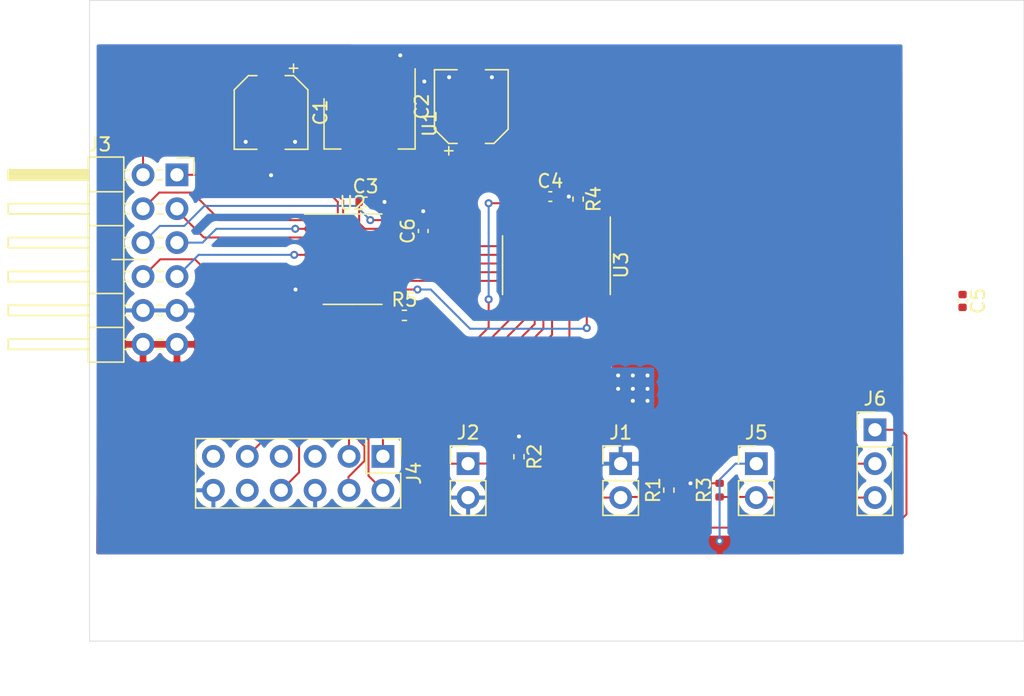
<source format=kicad_pcb>
(kicad_pcb (version 20171130) (host pcbnew "(5.1.10)-1")

  (general
    (thickness 1.6)
    (drawings 4)
    (tracks 240)
    (zones 0)
    (modules 20)
    (nets 42)
  )

  (page A4)
  (layers
    (0 F.Cu signal)
    (31 B.Cu signal)
    (32 B.Adhes user)
    (33 F.Adhes user)
    (34 B.Paste user)
    (35 F.Paste user)
    (36 B.SilkS user)
    (37 F.SilkS user)
    (38 B.Mask user)
    (39 F.Mask user)
    (40 Dwgs.User user)
    (41 Cmts.User user)
    (42 Eco1.User user)
    (43 Eco2.User user)
    (44 Edge.Cuts user)
    (45 Margin user)
    (46 B.CrtYd user)
    (47 F.CrtYd user)
    (48 B.Fab user)
    (49 F.Fab user)
  )

  (setup
    (last_trace_width 0.15)
    (trace_clearance 0.1)
    (zone_clearance 0.2)
    (zone_45_only no)
    (trace_min 0.1)
    (via_size 0.6)
    (via_drill 0.3)
    (via_min_size 0.5)
    (via_min_drill 0.2)
    (uvia_size 0.3)
    (uvia_drill 0.1)
    (uvias_allowed no)
    (uvia_min_size 0.2)
    (uvia_min_drill 0.1)
    (edge_width 0.05)
    (segment_width 0.2)
    (pcb_text_width 0.3)
    (pcb_text_size 1.5 1.5)
    (mod_edge_width 0.12)
    (mod_text_size 1 1)
    (mod_text_width 0.15)
    (pad_size 1.524 1.524)
    (pad_drill 0.762)
    (pad_to_mask_clearance 0)
    (aux_axis_origin 0 0)
    (visible_elements 7FFFFFFF)
    (pcbplotparams
      (layerselection 0x010fc_ffffffff)
      (usegerberextensions false)
      (usegerberattributes true)
      (usegerberadvancedattributes true)
      (creategerberjobfile true)
      (excludeedgelayer true)
      (linewidth 0.100000)
      (plotframeref false)
      (viasonmask false)
      (mode 1)
      (useauxorigin false)
      (hpglpennumber 1)
      (hpglpenspeed 20)
      (hpglpendiameter 15.000000)
      (psnegative false)
      (psa4output false)
      (plotreference true)
      (plotvalue true)
      (plotinvisibletext false)
      (padsonsilk false)
      (subtractmaskfromsilk false)
      (outputformat 1)
      (mirror false)
      (drillshape 1)
      (scaleselection 1)
      (outputdirectory ""))
  )

  (net 0 "")
  (net 1 GNDREF)
  (net 2 +3V3)
  (net 3 +1V8)
  (net 4 /~SPI_MUX_EN_L)
  (net 5 /SP_TRANS_EN)
  (net 6 /SP_QSPI_XTRA10)
  (net 7 /SP_QSPI_CLK)
  (net 8 /SP_QSPI_IO3)
  (net 9 /SP_QSPI_IO1)
  (net 10 /SP_QSPI_IO2)
  (net 11 /SP_QSPI_IO0)
  (net 12 /SP_QSPI_XTRA7)
  (net 13 /~SP_QSPI_CS)
  (net 14 "Net-(J4-Pad11)")
  (net 15 "Net-(J4-Pad10)")
  (net 16 /SP3_QSPI_IO3)
  (net 17 /SP3_QSPI_IO2)
  (net 18 "Net-(J4-Pad7)")
  (net 19 "Net-(J4-Pad5)")
  (net 20 /SP3_QSPI_CLK)
  (net 21 /SP3_QSPI_IO1)
  (net 22 /SP3_QSPI_IO0)
  (net 23 /~SP3_QSPI_CS)
  (net 24 /MANUAL_MUX_SELECT)
  (net 25 /FLASH_MUX_SELECT)
  (net 26 /SPI_FLASH_DQ3)
  (net 27 /~SP_FLASH_RESET_L_1V8)
  (net 28 /SP_FLASH_DQ3_1V8)
  (net 29 /SP_FLASH_DQ2_1V8)
  (net 30 /SP_FLASH_DQ1_1V8)
  (net 31 /SP_FLASH_DQ0_1V8)
  (net 32 /~SP_FLASH_CS_L_1V8)
  (net 33 /SP_FLASH_CLK_1V8)
  (net 34 "Net-(U2-Pad10)")
  (net 35 "Net-(U2-Pad7)")
  (net 36 /SPI_FLASH_CLK)
  (net 37 /~SPI_FLASH_CS_L)
  (net 38 /SPI_FLASH_D0)
  (net 39 /SPI_FLASH_DQ1)
  (net 40 /SPI_FLASH_DQ2)
  (net 41 "Net-(U3-Pad3)")

  (net_class Default "This is the default net class."
    (clearance 0.1)
    (trace_width 0.15)
    (via_dia 0.6)
    (via_drill 0.3)
    (uvia_dia 0.3)
    (uvia_drill 0.1)
    (add_net +1V8)
    (add_net +3V3)
    (add_net /FLASH_MUX_SELECT)
    (add_net /MANUAL_MUX_SELECT)
    (add_net /SP3_QSPI_CLK)
    (add_net /SP3_QSPI_IO0)
    (add_net /SP3_QSPI_IO1)
    (add_net /SP3_QSPI_IO2)
    (add_net /SP3_QSPI_IO3)
    (add_net /SPI_FLASH_CLK)
    (add_net /SPI_FLASH_D0)
    (add_net /SPI_FLASH_DQ1)
    (add_net /SPI_FLASH_DQ2)
    (add_net /SPI_FLASH_DQ3)
    (add_net /SP_FLASH_CLK_1V8)
    (add_net /SP_FLASH_DQ0_1V8)
    (add_net /SP_FLASH_DQ1_1V8)
    (add_net /SP_FLASH_DQ2_1V8)
    (add_net /SP_FLASH_DQ3_1V8)
    (add_net /SP_QSPI_CLK)
    (add_net /SP_QSPI_IO0)
    (add_net /SP_QSPI_IO1)
    (add_net /SP_QSPI_IO2)
    (add_net /SP_QSPI_IO3)
    (add_net /SP_QSPI_XTRA10)
    (add_net /SP_QSPI_XTRA7)
    (add_net /SP_TRANS_EN)
    (add_net /~SP3_QSPI_CS)
    (add_net /~SPI_FLASH_CS_L)
    (add_net /~SPI_MUX_EN_L)
    (add_net /~SP_FLASH_CS_L_1V8)
    (add_net /~SP_FLASH_RESET_L_1V8)
    (add_net /~SP_QSPI_CS)
    (add_net GNDREF)
    (add_net "Net-(J4-Pad10)")
    (add_net "Net-(J4-Pad11)")
    (add_net "Net-(J4-Pad5)")
    (add_net "Net-(J4-Pad7)")
    (add_net "Net-(U2-Pad10)")
    (add_net "Net-(U2-Pad7)")
    (add_net "Net-(U3-Pad3)")
  )

  (module Package_SO:TSSOP-24_4.4x7.8mm_P0.65mm (layer F.Cu) (tedit 5E476F32) (tstamp 60F01D19)
    (at 94.975 59.8375 270)
    (descr "TSSOP, 24 Pin (JEDEC MO-153 Var AD https://www.jedec.org/document_search?search_api_views_fulltext=MO-153), generated with kicad-footprint-generator ipc_gullwing_generator.py")
    (tags "TSSOP SO")
    (path /60EDF7A1)
    (attr smd)
    (fp_text reference U3 (at 0 -4.85 90) (layer F.SilkS)
      (effects (font (size 1 1) (thickness 0.15)))
    )
    (fp_text value TS3A27518EPW (at 0 4.85 90) (layer F.Fab)
      (effects (font (size 1 1) (thickness 0.15)))
    )
    (fp_line (start 3.85 -4.15) (end -3.85 -4.15) (layer F.CrtYd) (width 0.05))
    (fp_line (start 3.85 4.15) (end 3.85 -4.15) (layer F.CrtYd) (width 0.05))
    (fp_line (start -3.85 4.15) (end 3.85 4.15) (layer F.CrtYd) (width 0.05))
    (fp_line (start -3.85 -4.15) (end -3.85 4.15) (layer F.CrtYd) (width 0.05))
    (fp_line (start -2.2 -2.9) (end -1.2 -3.9) (layer F.Fab) (width 0.1))
    (fp_line (start -2.2 3.9) (end -2.2 -2.9) (layer F.Fab) (width 0.1))
    (fp_line (start 2.2 3.9) (end -2.2 3.9) (layer F.Fab) (width 0.1))
    (fp_line (start 2.2 -3.9) (end 2.2 3.9) (layer F.Fab) (width 0.1))
    (fp_line (start -1.2 -3.9) (end 2.2 -3.9) (layer F.Fab) (width 0.1))
    (fp_line (start 0 -4.035) (end -3.6 -4.035) (layer F.SilkS) (width 0.12))
    (fp_line (start 0 -4.035) (end 2.2 -4.035) (layer F.SilkS) (width 0.12))
    (fp_line (start 0 4.035) (end -2.2 4.035) (layer F.SilkS) (width 0.12))
    (fp_line (start 0 4.035) (end 2.2 4.035) (layer F.SilkS) (width 0.12))
    (fp_text user %R (at 0 0 90) (layer F.Fab)
      (effects (font (size 1 1) (thickness 0.15)))
    )
    (pad 24 smd roundrect (at 2.8625 -3.575 270) (size 1.475 0.4) (layers F.Cu F.Paste F.Mask) (roundrect_rratio 0.25)
      (net 25 /FLASH_MUX_SELECT))
    (pad 23 smd roundrect (at 2.8625 -2.925 270) (size 1.475 0.4) (layers F.Cu F.Paste F.Mask) (roundrect_rratio 0.25)
      (net 30 /SP_FLASH_DQ1_1V8))
    (pad 22 smd roundrect (at 2.8625 -2.275 270) (size 1.475 0.4) (layers F.Cu F.Paste F.Mask) (roundrect_rratio 0.25)
      (net 33 /SP_FLASH_CLK_1V8))
    (pad 21 smd roundrect (at 2.8625 -1.625 270) (size 1.475 0.4) (layers F.Cu F.Paste F.Mask) (roundrect_rratio 0.25)
      (net 31 /SP_FLASH_DQ0_1V8))
    (pad 20 smd roundrect (at 2.8625 -0.975 270) (size 1.475 0.4) (layers F.Cu F.Paste F.Mask) (roundrect_rratio 0.25)
      (net 4 /~SPI_MUX_EN_L))
    (pad 19 smd roundrect (at 2.8625 -0.325 270) (size 1.475 0.4) (layers F.Cu F.Paste F.Mask) (roundrect_rratio 0.25)
      (net 32 /~SP_FLASH_CS_L_1V8))
    (pad 18 smd roundrect (at 2.8625 0.325 270) (size 1.475 0.4) (layers F.Cu F.Paste F.Mask) (roundrect_rratio 0.25)
      (net 23 /~SP3_QSPI_CS))
    (pad 17 smd roundrect (at 2.8625 0.975 270) (size 1.475 0.4) (layers F.Cu F.Paste F.Mask) (roundrect_rratio 0.25)
      (net 22 /SP3_QSPI_IO0))
    (pad 16 smd roundrect (at 2.8625 1.625 270) (size 1.475 0.4) (layers F.Cu F.Paste F.Mask) (roundrect_rratio 0.25)
      (net 20 /SP3_QSPI_CLK))
    (pad 15 smd roundrect (at 2.8625 2.275 270) (size 1.475 0.4) (layers F.Cu F.Paste F.Mask) (roundrect_rratio 0.25)
      (net 21 /SP3_QSPI_IO1))
    (pad 14 smd roundrect (at 2.8625 2.925 270) (size 1.475 0.4) (layers F.Cu F.Paste F.Mask) (roundrect_rratio 0.25)
      (net 25 /FLASH_MUX_SELECT))
    (pad 13 smd roundrect (at 2.8625 3.575 270) (size 1.475 0.4) (layers F.Cu F.Paste F.Mask) (roundrect_rratio 0.25)
      (net 17 /SP3_QSPI_IO2))
    (pad 12 smd roundrect (at -2.8625 3.575 270) (size 1.475 0.4) (layers F.Cu F.Paste F.Mask) (roundrect_rratio 0.25)
      (net 36 /SPI_FLASH_CLK))
    (pad 11 smd roundrect (at -2.8625 2.925 270) (size 1.475 0.4) (layers F.Cu F.Paste F.Mask) (roundrect_rratio 0.25)
      (net 16 /SP3_QSPI_IO3))
    (pad 10 smd roundrect (at -2.8625 2.275 270) (size 1.475 0.4) (layers F.Cu F.Paste F.Mask) (roundrect_rratio 0.25)
      (net 37 /~SPI_FLASH_CS_L))
    (pad 9 smd roundrect (at -2.8625 1.625 270) (size 1.475 0.4) (layers F.Cu F.Paste F.Mask) (roundrect_rratio 0.25)
      (net 38 /SPI_FLASH_D0))
    (pad 8 smd roundrect (at -2.8625 0.975 270) (size 1.475 0.4) (layers F.Cu F.Paste F.Mask) (roundrect_rratio 0.25)
      (net 3 +1V8))
    (pad 7 smd roundrect (at -2.8625 0.325 270) (size 1.475 0.4) (layers F.Cu F.Paste F.Mask) (roundrect_rratio 0.25)
      (net 39 /SPI_FLASH_DQ1))
    (pad 6 smd roundrect (at -2.8625 -0.325 270) (size 1.475 0.4) (layers F.Cu F.Paste F.Mask) (roundrect_rratio 0.25)
      (net 40 /SPI_FLASH_DQ2))
    (pad 5 smd roundrect (at -2.8625 -0.975 270) (size 1.475 0.4) (layers F.Cu F.Paste F.Mask) (roundrect_rratio 0.25)
      (net 1 GNDREF))
    (pad 4 smd roundrect (at -2.8625 -1.625 270) (size 1.475 0.4) (layers F.Cu F.Paste F.Mask) (roundrect_rratio 0.25)
      (net 26 /SPI_FLASH_DQ3))
    (pad 3 smd roundrect (at -2.8625 -2.275 270) (size 1.475 0.4) (layers F.Cu F.Paste F.Mask) (roundrect_rratio 0.25)
      (net 41 "Net-(U3-Pad3)"))
    (pad 2 smd roundrect (at -2.8625 -2.925 270) (size 1.475 0.4) (layers F.Cu F.Paste F.Mask) (roundrect_rratio 0.25)
      (net 28 /SP_FLASH_DQ3_1V8))
    (pad 1 smd roundrect (at -2.8625 -3.575 270) (size 1.475 0.4) (layers F.Cu F.Paste F.Mask) (roundrect_rratio 0.25)
      (net 29 /SP_FLASH_DQ2_1V8))
    (model ${KISYS3DMOD}/Package_SO.3dshapes/TSSOP-24_4.4x7.8mm_P0.65mm.wrl
      (at (xyz 0 0 0))
      (scale (xyz 1 1 1))
      (rotate (xyz 0 0 0))
    )
  )

  (module Package_SO:TSSOP-20_4.4x6.5mm_P0.65mm (layer F.Cu) (tedit 5E476F32) (tstamp 60F01C01)
    (at 79.71 59.39)
    (descr "TSSOP, 20 Pin (JEDEC MO-153 Var AC https://www.jedec.org/document_search?search_api_views_fulltext=MO-153), generated with kicad-footprint-generator ipc_gullwing_generator.py")
    (tags "TSSOP SO")
    (path /60F6D145)
    (attr smd)
    (fp_text reference U2 (at 0 -4.2) (layer F.SilkS)
      (effects (font (size 1 1) (thickness 0.15)))
    )
    (fp_text value ADG3308BCPZ (at 0 4.2) (layer F.Fab)
      (effects (font (size 1 1) (thickness 0.15)))
    )
    (fp_line (start 3.85 -3.5) (end -3.85 -3.5) (layer F.CrtYd) (width 0.05))
    (fp_line (start 3.85 3.5) (end 3.85 -3.5) (layer F.CrtYd) (width 0.05))
    (fp_line (start -3.85 3.5) (end 3.85 3.5) (layer F.CrtYd) (width 0.05))
    (fp_line (start -3.85 -3.5) (end -3.85 3.5) (layer F.CrtYd) (width 0.05))
    (fp_line (start -2.2 -2.25) (end -1.2 -3.25) (layer F.Fab) (width 0.1))
    (fp_line (start -2.2 3.25) (end -2.2 -2.25) (layer F.Fab) (width 0.1))
    (fp_line (start 2.2 3.25) (end -2.2 3.25) (layer F.Fab) (width 0.1))
    (fp_line (start 2.2 -3.25) (end 2.2 3.25) (layer F.Fab) (width 0.1))
    (fp_line (start -1.2 -3.25) (end 2.2 -3.25) (layer F.Fab) (width 0.1))
    (fp_line (start 0 -3.385) (end -3.6 -3.385) (layer F.SilkS) (width 0.12))
    (fp_line (start 0 -3.385) (end 2.2 -3.385) (layer F.SilkS) (width 0.12))
    (fp_line (start 0 3.385) (end -2.2 3.385) (layer F.SilkS) (width 0.12))
    (fp_line (start 0 3.385) (end 2.2 3.385) (layer F.SilkS) (width 0.12))
    (fp_text user %R (at 0 0) (layer F.Fab)
      (effects (font (size 1 1) (thickness 0.15)))
    )
    (pad 20 smd roundrect (at 2.8625 -2.925) (size 1.475 0.4) (layers F.Cu F.Paste F.Mask) (roundrect_rratio 0.25)
      (net 8 /SP_QSPI_IO3))
    (pad 19 smd roundrect (at 2.8625 -2.275) (size 1.475 0.4) (layers F.Cu F.Paste F.Mask) (roundrect_rratio 0.25)
      (net 2 +3V3))
    (pad 18 smd roundrect (at 2.8625 -1.625) (size 1.475 0.4) (layers F.Cu F.Paste F.Mask) (roundrect_rratio 0.25)
      (net 3 +1V8))
    (pad 17 smd roundrect (at 2.8625 -0.975) (size 1.475 0.4) (layers F.Cu F.Paste F.Mask) (roundrect_rratio 0.25)
      (net 28 /SP_FLASH_DQ3_1V8))
    (pad 16 smd roundrect (at 2.8625 -0.325) (size 1.475 0.4) (layers F.Cu F.Paste F.Mask) (roundrect_rratio 0.25)
      (net 29 /SP_FLASH_DQ2_1V8))
    (pad 15 smd roundrect (at 2.8625 0.325) (size 1.475 0.4) (layers F.Cu F.Paste F.Mask) (roundrect_rratio 0.25)
      (net 30 /SP_FLASH_DQ1_1V8))
    (pad 14 smd roundrect (at 2.8625 0.975) (size 1.475 0.4) (layers F.Cu F.Paste F.Mask) (roundrect_rratio 0.25)
      (net 31 /SP_FLASH_DQ0_1V8))
    (pad 13 smd roundrect (at 2.8625 1.625) (size 1.475 0.4) (layers F.Cu F.Paste F.Mask) (roundrect_rratio 0.25)
      (net 32 /~SP_FLASH_CS_L_1V8))
    (pad 12 smd roundrect (at 2.8625 2.275) (size 1.475 0.4) (layers F.Cu F.Paste F.Mask) (roundrect_rratio 0.25)
      (net 33 /SP_FLASH_CLK_1V8))
    (pad 11 smd roundrect (at 2.8625 2.925) (size 1.475 0.4) (layers F.Cu F.Paste F.Mask) (roundrect_rratio 0.25)
      (net 27 /~SP_FLASH_RESET_L_1V8))
    (pad 10 smd roundrect (at -2.8625 2.925) (size 1.475 0.4) (layers F.Cu F.Paste F.Mask) (roundrect_rratio 0.25)
      (net 34 "Net-(U2-Pad10)"))
    (pad 9 smd roundrect (at -2.8625 2.275) (size 1.475 0.4) (layers F.Cu F.Paste F.Mask) (roundrect_rratio 0.25)
      (net 1 GNDREF))
    (pad 8 smd roundrect (at -2.8625 1.625) (size 1.475 0.4) (layers F.Cu F.Paste F.Mask) (roundrect_rratio 0.25)
      (net 5 /SP_TRANS_EN))
    (pad 7 smd roundrect (at -2.8625 0.975) (size 1.475 0.4) (layers F.Cu F.Paste F.Mask) (roundrect_rratio 0.25)
      (net 35 "Net-(U2-Pad7)"))
    (pad 6 smd roundrect (at -2.8625 0.325) (size 1.475 0.4) (layers F.Cu F.Paste F.Mask) (roundrect_rratio 0.25)
      (net 12 /SP_QSPI_XTRA7))
    (pad 5 smd roundrect (at -2.8625 -0.325) (size 1.475 0.4) (layers F.Cu F.Paste F.Mask) (roundrect_rratio 0.25)
      (net 7 /SP_QSPI_CLK))
    (pad 4 smd roundrect (at -2.8625 -0.975) (size 1.475 0.4) (layers F.Cu F.Paste F.Mask) (roundrect_rratio 0.25)
      (net 13 /~SP_QSPI_CS))
    (pad 3 smd roundrect (at -2.8625 -1.625) (size 1.475 0.4) (layers F.Cu F.Paste F.Mask) (roundrect_rratio 0.25)
      (net 11 /SP_QSPI_IO0))
    (pad 2 smd roundrect (at -2.8625 -2.275) (size 1.475 0.4) (layers F.Cu F.Paste F.Mask) (roundrect_rratio 0.25)
      (net 9 /SP_QSPI_IO1))
    (pad 1 smd roundrect (at -2.8625 -2.925) (size 1.475 0.4) (layers F.Cu F.Paste F.Mask) (roundrect_rratio 0.25)
      (net 10 /SP_QSPI_IO2))
    (model ${KISYS3DMOD}/Package_SO.3dshapes/TSSOP-20_4.4x6.5mm_P0.65mm.wrl
      (at (xyz 0 0 0))
      (scale (xyz 1 1 1))
      (rotate (xyz 0 0 0))
    )
  )

  (module Package_TO_SOT_SMD:SOT-223 (layer F.Cu) (tedit 5A02FF57) (tstamp 60F01BB2)
    (at 80.98 49.23 270)
    (descr "module CMS SOT223 4 pins")
    (tags "CMS SOT")
    (path /61055D86)
    (attr smd)
    (fp_text reference U1 (at 0 -4.5 90) (layer F.SilkS)
      (effects (font (size 1 1) (thickness 0.15)))
    )
    (fp_text value LM1117-1.8 (at 0 4.5 90) (layer F.Fab)
      (effects (font (size 1 1) (thickness 0.15)))
    )
    (fp_line (start 1.85 -3.35) (end 1.85 3.35) (layer F.Fab) (width 0.1))
    (fp_line (start -1.85 3.35) (end 1.85 3.35) (layer F.Fab) (width 0.1))
    (fp_line (start -4.1 -3.41) (end 1.91 -3.41) (layer F.SilkS) (width 0.12))
    (fp_line (start -0.8 -3.35) (end 1.85 -3.35) (layer F.Fab) (width 0.1))
    (fp_line (start -1.85 3.41) (end 1.91 3.41) (layer F.SilkS) (width 0.12))
    (fp_line (start -1.85 -2.3) (end -1.85 3.35) (layer F.Fab) (width 0.1))
    (fp_line (start -4.4 -3.6) (end -4.4 3.6) (layer F.CrtYd) (width 0.05))
    (fp_line (start -4.4 3.6) (end 4.4 3.6) (layer F.CrtYd) (width 0.05))
    (fp_line (start 4.4 3.6) (end 4.4 -3.6) (layer F.CrtYd) (width 0.05))
    (fp_line (start 4.4 -3.6) (end -4.4 -3.6) (layer F.CrtYd) (width 0.05))
    (fp_line (start 1.91 -3.41) (end 1.91 -2.15) (layer F.SilkS) (width 0.12))
    (fp_line (start 1.91 3.41) (end 1.91 2.15) (layer F.SilkS) (width 0.12))
    (fp_line (start -1.85 -2.3) (end -0.8 -3.35) (layer F.Fab) (width 0.1))
    (fp_text user %R (at 0 0) (layer F.Fab)
      (effects (font (size 0.8 0.8) (thickness 0.12)))
    )
    (pad 1 smd rect (at -3.15 -2.3 270) (size 2 1.5) (layers F.Cu F.Paste F.Mask)
      (net 1 GNDREF))
    (pad 3 smd rect (at -3.15 2.3 270) (size 2 1.5) (layers F.Cu F.Paste F.Mask)
      (net 2 +3V3))
    (pad 2 smd rect (at -3.15 0 270) (size 2 1.5) (layers F.Cu F.Paste F.Mask)
      (net 3 +1V8))
    (pad 4 smd rect (at 3.15 0 270) (size 2 3.8) (layers F.Cu F.Paste F.Mask))
    (model ${KISYS3DMOD}/Package_TO_SOT_SMD.3dshapes/SOT-223.wrl
      (at (xyz 0 0 0))
      (scale (xyz 1 1 1))
      (rotate (xyz 0 0 0))
    )
  )

  (module Resistor_SMD:R_0402_1005Metric (layer F.Cu) (tedit 5F68FEEE) (tstamp 60EFE9FB)
    (at 83.59 63.6)
    (descr "Resistor SMD 0402 (1005 Metric), square (rectangular) end terminal, IPC_7351 nominal, (Body size source: IPC-SM-782 page 72, https://www.pcb-3d.com/wordpress/wp-content/uploads/ipc-sm-782a_amendment_1_and_2.pdf), generated with kicad-footprint-generator")
    (tags resistor)
    (path /60F03042)
    (attr smd)
    (fp_text reference R5 (at 0 -1.17) (layer F.SilkS)
      (effects (font (size 1 1) (thickness 0.15)))
    )
    (fp_text value 10k (at 0 1.17) (layer F.Fab)
      (effects (font (size 1 1) (thickness 0.15)))
    )
    (fp_line (start 0.93 0.47) (end -0.93 0.47) (layer F.CrtYd) (width 0.05))
    (fp_line (start 0.93 -0.47) (end 0.93 0.47) (layer F.CrtYd) (width 0.05))
    (fp_line (start -0.93 -0.47) (end 0.93 -0.47) (layer F.CrtYd) (width 0.05))
    (fp_line (start -0.93 0.47) (end -0.93 -0.47) (layer F.CrtYd) (width 0.05))
    (fp_line (start -0.153641 0.38) (end 0.153641 0.38) (layer F.SilkS) (width 0.12))
    (fp_line (start -0.153641 -0.38) (end 0.153641 -0.38) (layer F.SilkS) (width 0.12))
    (fp_line (start 0.525 0.27) (end -0.525 0.27) (layer F.Fab) (width 0.1))
    (fp_line (start 0.525 -0.27) (end 0.525 0.27) (layer F.Fab) (width 0.1))
    (fp_line (start -0.525 -0.27) (end 0.525 -0.27) (layer F.Fab) (width 0.1))
    (fp_line (start -0.525 0.27) (end -0.525 -0.27) (layer F.Fab) (width 0.1))
    (fp_text user %R (at 0 0) (layer F.Fab)
      (effects (font (size 0.26 0.26) (thickness 0.04)))
    )
    (pad 2 smd roundrect (at 0.51 0) (size 0.54 0.64) (layers F.Cu F.Paste F.Mask) (roundrect_rratio 0.25)
      (net 27 /~SP_FLASH_RESET_L_1V8))
    (pad 1 smd roundrect (at -0.51 0) (size 0.54 0.64) (layers F.Cu F.Paste F.Mask) (roundrect_rratio 0.25)
      (net 3 +1V8))
    (model ${KISYS3DMOD}/Resistor_SMD.3dshapes/R_0402_1005Metric.wrl
      (at (xyz 0 0 0))
      (scale (xyz 1 1 1))
      (rotate (xyz 0 0 0))
    )
  )

  (module Resistor_SMD:R_0402_1005Metric (layer F.Cu) (tedit 5F68FEEE) (tstamp 60EFE9EA)
    (at 96.6 54.89 270)
    (descr "Resistor SMD 0402 (1005 Metric), square (rectangular) end terminal, IPC_7351 nominal, (Body size source: IPC-SM-782 page 72, https://www.pcb-3d.com/wordpress/wp-content/uploads/ipc-sm-782a_amendment_1_and_2.pdf), generated with kicad-footprint-generator")
    (tags resistor)
    (path /60F04A83)
    (attr smd)
    (fp_text reference R4 (at 0 -1.17 90) (layer F.SilkS)
      (effects (font (size 1 1) (thickness 0.15)))
    )
    (fp_text value 10k (at 0 1.17 90) (layer F.Fab)
      (effects (font (size 1 1) (thickness 0.15)))
    )
    (fp_line (start 0.93 0.47) (end -0.93 0.47) (layer F.CrtYd) (width 0.05))
    (fp_line (start 0.93 -0.47) (end 0.93 0.47) (layer F.CrtYd) (width 0.05))
    (fp_line (start -0.93 -0.47) (end 0.93 -0.47) (layer F.CrtYd) (width 0.05))
    (fp_line (start -0.93 0.47) (end -0.93 -0.47) (layer F.CrtYd) (width 0.05))
    (fp_line (start -0.153641 0.38) (end 0.153641 0.38) (layer F.SilkS) (width 0.12))
    (fp_line (start -0.153641 -0.38) (end 0.153641 -0.38) (layer F.SilkS) (width 0.12))
    (fp_line (start 0.525 0.27) (end -0.525 0.27) (layer F.Fab) (width 0.1))
    (fp_line (start 0.525 -0.27) (end 0.525 0.27) (layer F.Fab) (width 0.1))
    (fp_line (start -0.525 -0.27) (end 0.525 -0.27) (layer F.Fab) (width 0.1))
    (fp_line (start -0.525 0.27) (end -0.525 -0.27) (layer F.Fab) (width 0.1))
    (fp_text user %R (at 0 0 90) (layer F.Fab)
      (effects (font (size 0.26 0.26) (thickness 0.04)))
    )
    (pad 2 smd roundrect (at 0.51 0 270) (size 0.54 0.64) (layers F.Cu F.Paste F.Mask) (roundrect_rratio 0.25)
      (net 26 /SPI_FLASH_DQ3))
    (pad 1 smd roundrect (at -0.51 0 270) (size 0.54 0.64) (layers F.Cu F.Paste F.Mask) (roundrect_rratio 0.25)
      (net 3 +1V8))
    (model ${KISYS3DMOD}/Resistor_SMD.3dshapes/R_0402_1005Metric.wrl
      (at (xyz 0 0 0))
      (scale (xyz 1 1 1))
      (rotate (xyz 0 0 0))
    )
  )

  (module Resistor_SMD:R_0402_1005Metric (layer F.Cu) (tedit 5F68FEEE) (tstamp 60EFE9D9)
    (at 107.2 76.69 90)
    (descr "Resistor SMD 0402 (1005 Metric), square (rectangular) end terminal, IPC_7351 nominal, (Body size source: IPC-SM-782 page 72, https://www.pcb-3d.com/wordpress/wp-content/uploads/ipc-sm-782a_amendment_1_and_2.pdf), generated with kicad-footprint-generator")
    (tags resistor)
    (path /6108A892)
    (attr smd)
    (fp_text reference R3 (at 0 -1.17 90) (layer F.SilkS)
      (effects (font (size 1 1) (thickness 0.15)))
    )
    (fp_text value 10k (at 0 1.17 90) (layer F.Fab)
      (effects (font (size 1 1) (thickness 0.15)))
    )
    (fp_line (start 0.93 0.47) (end -0.93 0.47) (layer F.CrtYd) (width 0.05))
    (fp_line (start 0.93 -0.47) (end 0.93 0.47) (layer F.CrtYd) (width 0.05))
    (fp_line (start -0.93 -0.47) (end 0.93 -0.47) (layer F.CrtYd) (width 0.05))
    (fp_line (start -0.93 0.47) (end -0.93 -0.47) (layer F.CrtYd) (width 0.05))
    (fp_line (start -0.153641 0.38) (end 0.153641 0.38) (layer F.SilkS) (width 0.12))
    (fp_line (start -0.153641 -0.38) (end 0.153641 -0.38) (layer F.SilkS) (width 0.12))
    (fp_line (start 0.525 0.27) (end -0.525 0.27) (layer F.Fab) (width 0.1))
    (fp_line (start 0.525 -0.27) (end 0.525 0.27) (layer F.Fab) (width 0.1))
    (fp_line (start -0.525 -0.27) (end 0.525 -0.27) (layer F.Fab) (width 0.1))
    (fp_line (start -0.525 0.27) (end -0.525 -0.27) (layer F.Fab) (width 0.1))
    (fp_text user %R (at 0 0 90) (layer F.Fab)
      (effects (font (size 0.26 0.26) (thickness 0.04)))
    )
    (pad 2 smd roundrect (at 0.51 0 90) (size 0.54 0.64) (layers F.Cu F.Paste F.Mask) (roundrect_rratio 0.25)
      (net 1 GNDREF))
    (pad 1 smd roundrect (at -0.51 0 90) (size 0.54 0.64) (layers F.Cu F.Paste F.Mask) (roundrect_rratio 0.25)
      (net 24 /MANUAL_MUX_SELECT))
    (model ${KISYS3DMOD}/Resistor_SMD.3dshapes/R_0402_1005Metric.wrl
      (at (xyz 0 0 0))
      (scale (xyz 1 1 1))
      (rotate (xyz 0 0 0))
    )
  )

  (module Resistor_SMD:R_0402_1005Metric (layer F.Cu) (tedit 5F68FEEE) (tstamp 60EFE9C8)
    (at 92.17 74.19 270)
    (descr "Resistor SMD 0402 (1005 Metric), square (rectangular) end terminal, IPC_7351 nominal, (Body size source: IPC-SM-782 page 72, https://www.pcb-3d.com/wordpress/wp-content/uploads/ipc-sm-782a_amendment_1_and_2.pdf), generated with kicad-footprint-generator")
    (tags resistor)
    (path /60F82EB3)
    (attr smd)
    (fp_text reference R2 (at 0 -1.17 90) (layer F.SilkS)
      (effects (font (size 1 1) (thickness 0.15)))
    )
    (fp_text value 10k (at 0 1.17 90) (layer F.Fab)
      (effects (font (size 1 1) (thickness 0.15)))
    )
    (fp_line (start 0.93 0.47) (end -0.93 0.47) (layer F.CrtYd) (width 0.05))
    (fp_line (start 0.93 -0.47) (end 0.93 0.47) (layer F.CrtYd) (width 0.05))
    (fp_line (start -0.93 -0.47) (end 0.93 -0.47) (layer F.CrtYd) (width 0.05))
    (fp_line (start -0.93 0.47) (end -0.93 -0.47) (layer F.CrtYd) (width 0.05))
    (fp_line (start -0.153641 0.38) (end 0.153641 0.38) (layer F.SilkS) (width 0.12))
    (fp_line (start -0.153641 -0.38) (end 0.153641 -0.38) (layer F.SilkS) (width 0.12))
    (fp_line (start 0.525 0.27) (end -0.525 0.27) (layer F.Fab) (width 0.1))
    (fp_line (start 0.525 -0.27) (end 0.525 0.27) (layer F.Fab) (width 0.1))
    (fp_line (start -0.525 -0.27) (end 0.525 -0.27) (layer F.Fab) (width 0.1))
    (fp_line (start -0.525 0.27) (end -0.525 -0.27) (layer F.Fab) (width 0.1))
    (fp_text user %R (at 0 0 90) (layer F.Fab)
      (effects (font (size 0.26 0.26) (thickness 0.04)))
    )
    (pad 2 smd roundrect (at 0.51 0 270) (size 0.54 0.64) (layers F.Cu F.Paste F.Mask) (roundrect_rratio 0.25)
      (net 5 /SP_TRANS_EN))
    (pad 1 smd roundrect (at -0.51 0 270) (size 0.54 0.64) (layers F.Cu F.Paste F.Mask) (roundrect_rratio 0.25)
      (net 3 +1V8))
    (model ${KISYS3DMOD}/Resistor_SMD.3dshapes/R_0402_1005Metric.wrl
      (at (xyz 0 0 0))
      (scale (xyz 1 1 1))
      (rotate (xyz 0 0 0))
    )
  )

  (module Resistor_SMD:R_0402_1005Metric (layer F.Cu) (tedit 5F68FEEE) (tstamp 60EFE9B7)
    (at 103.4 76.69 90)
    (descr "Resistor SMD 0402 (1005 Metric), square (rectangular) end terminal, IPC_7351 nominal, (Body size source: IPC-SM-782 page 72, https://www.pcb-3d.com/wordpress/wp-content/uploads/ipc-sm-782a_amendment_1_and_2.pdf), generated with kicad-footprint-generator")
    (tags resistor)
    (path /60F3DF79)
    (attr smd)
    (fp_text reference R1 (at 0 -1.17 90) (layer F.SilkS)
      (effects (font (size 1 1) (thickness 0.15)))
    )
    (fp_text value 10k (at 0 1.17 90) (layer F.Fab)
      (effects (font (size 1 1) (thickness 0.15)))
    )
    (fp_line (start 0.93 0.47) (end -0.93 0.47) (layer F.CrtYd) (width 0.05))
    (fp_line (start 0.93 -0.47) (end 0.93 0.47) (layer F.CrtYd) (width 0.05))
    (fp_line (start -0.93 -0.47) (end 0.93 -0.47) (layer F.CrtYd) (width 0.05))
    (fp_line (start -0.93 0.47) (end -0.93 -0.47) (layer F.CrtYd) (width 0.05))
    (fp_line (start -0.153641 0.38) (end 0.153641 0.38) (layer F.SilkS) (width 0.12))
    (fp_line (start -0.153641 -0.38) (end 0.153641 -0.38) (layer F.SilkS) (width 0.12))
    (fp_line (start 0.525 0.27) (end -0.525 0.27) (layer F.Fab) (width 0.1))
    (fp_line (start 0.525 -0.27) (end 0.525 0.27) (layer F.Fab) (width 0.1))
    (fp_line (start -0.525 -0.27) (end 0.525 -0.27) (layer F.Fab) (width 0.1))
    (fp_line (start -0.525 0.27) (end -0.525 -0.27) (layer F.Fab) (width 0.1))
    (fp_text user %R (at 0 0 90) (layer F.Fab)
      (effects (font (size 0.26 0.26) (thickness 0.04)))
    )
    (pad 2 smd roundrect (at 0.51 0 90) (size 0.54 0.64) (layers F.Cu F.Paste F.Mask) (roundrect_rratio 0.25)
      (net 1 GNDREF))
    (pad 1 smd roundrect (at -0.51 0 90) (size 0.54 0.64) (layers F.Cu F.Paste F.Mask) (roundrect_rratio 0.25)
      (net 4 /~SPI_MUX_EN_L))
    (model ${KISYS3DMOD}/Resistor_SMD.3dshapes/R_0402_1005Metric.wrl
      (at (xyz 0 0 0))
      (scale (xyz 1 1 1))
      (rotate (xyz 0 0 0))
    )
  )

  (module Connector_PinHeader_2.54mm:PinHeader_1x03_P2.54mm_Vertical (layer F.Cu) (tedit 59FED5CC) (tstamp 60EFE9A6)
    (at 118.84 72.17)
    (descr "Through hole straight pin header, 1x03, 2.54mm pitch, single row")
    (tags "Through hole pin header THT 1x03 2.54mm single row")
    (path /6109058B)
    (fp_text reference J6 (at 0 -2.33) (layer F.SilkS)
      (effects (font (size 1 1) (thickness 0.15)))
    )
    (fp_text value Conn_01x03 (at 0 7.41) (layer F.Fab)
      (effects (font (size 1 1) (thickness 0.15)))
    )
    (fp_line (start 1.8 -1.8) (end -1.8 -1.8) (layer F.CrtYd) (width 0.05))
    (fp_line (start 1.8 6.85) (end 1.8 -1.8) (layer F.CrtYd) (width 0.05))
    (fp_line (start -1.8 6.85) (end 1.8 6.85) (layer F.CrtYd) (width 0.05))
    (fp_line (start -1.8 -1.8) (end -1.8 6.85) (layer F.CrtYd) (width 0.05))
    (fp_line (start -1.33 -1.33) (end 0 -1.33) (layer F.SilkS) (width 0.12))
    (fp_line (start -1.33 0) (end -1.33 -1.33) (layer F.SilkS) (width 0.12))
    (fp_line (start -1.33 1.27) (end 1.33 1.27) (layer F.SilkS) (width 0.12))
    (fp_line (start 1.33 1.27) (end 1.33 6.41) (layer F.SilkS) (width 0.12))
    (fp_line (start -1.33 1.27) (end -1.33 6.41) (layer F.SilkS) (width 0.12))
    (fp_line (start -1.33 6.41) (end 1.33 6.41) (layer F.SilkS) (width 0.12))
    (fp_line (start -1.27 -0.635) (end -0.635 -1.27) (layer F.Fab) (width 0.1))
    (fp_line (start -1.27 6.35) (end -1.27 -0.635) (layer F.Fab) (width 0.1))
    (fp_line (start 1.27 6.35) (end -1.27 6.35) (layer F.Fab) (width 0.1))
    (fp_line (start 1.27 -1.27) (end 1.27 6.35) (layer F.Fab) (width 0.1))
    (fp_line (start -0.635 -1.27) (end 1.27 -1.27) (layer F.Fab) (width 0.1))
    (fp_text user %R (at 0 2.54 90) (layer F.Fab)
      (effects (font (size 1 1) (thickness 0.15)))
    )
    (pad 3 thru_hole oval (at 0 5.08) (size 1.7 1.7) (drill 1) (layers *.Cu *.Mask)
      (net 24 /MANUAL_MUX_SELECT))
    (pad 2 thru_hole oval (at 0 2.54) (size 1.7 1.7) (drill 1) (layers *.Cu *.Mask)
      (net 25 /FLASH_MUX_SELECT))
    (pad 1 thru_hole rect (at 0 0) (size 1.7 1.7) (drill 1) (layers *.Cu *.Mask)
      (net 6 /SP_QSPI_XTRA10))
    (model ${KISYS3DMOD}/Connector_PinHeader_2.54mm.3dshapes/PinHeader_1x03_P2.54mm_Vertical.wrl
      (at (xyz 0 0 0))
      (scale (xyz 1 1 1))
      (rotate (xyz 0 0 0))
    )
  )

  (module Connector_PinHeader_2.54mm:PinHeader_1x02_P2.54mm_Vertical (layer F.Cu) (tedit 59FED5CC) (tstamp 60F0076B)
    (at 109.95 74.71)
    (descr "Through hole straight pin header, 1x02, 2.54mm pitch, single row")
    (tags "Through hole pin header THT 1x02 2.54mm single row")
    (path /6108A88C)
    (fp_text reference J5 (at 0 -2.33) (layer F.SilkS)
      (effects (font (size 1 1) (thickness 0.15)))
    )
    (fp_text value Conn_01x02 (at 0 4.87) (layer F.Fab)
      (effects (font (size 1 1) (thickness 0.15)))
    )
    (fp_line (start 1.8 -1.8) (end -1.8 -1.8) (layer F.CrtYd) (width 0.05))
    (fp_line (start 1.8 4.35) (end 1.8 -1.8) (layer F.CrtYd) (width 0.05))
    (fp_line (start -1.8 4.35) (end 1.8 4.35) (layer F.CrtYd) (width 0.05))
    (fp_line (start -1.8 -1.8) (end -1.8 4.35) (layer F.CrtYd) (width 0.05))
    (fp_line (start -1.33 -1.33) (end 0 -1.33) (layer F.SilkS) (width 0.12))
    (fp_line (start -1.33 0) (end -1.33 -1.33) (layer F.SilkS) (width 0.12))
    (fp_line (start -1.33 1.27) (end 1.33 1.27) (layer F.SilkS) (width 0.12))
    (fp_line (start 1.33 1.27) (end 1.33 3.87) (layer F.SilkS) (width 0.12))
    (fp_line (start -1.33 1.27) (end -1.33 3.87) (layer F.SilkS) (width 0.12))
    (fp_line (start -1.33 3.87) (end 1.33 3.87) (layer F.SilkS) (width 0.12))
    (fp_line (start -1.27 -0.635) (end -0.635 -1.27) (layer F.Fab) (width 0.1))
    (fp_line (start -1.27 3.81) (end -1.27 -0.635) (layer F.Fab) (width 0.1))
    (fp_line (start 1.27 3.81) (end -1.27 3.81) (layer F.Fab) (width 0.1))
    (fp_line (start 1.27 -1.27) (end 1.27 3.81) (layer F.Fab) (width 0.1))
    (fp_line (start -0.635 -1.27) (end 1.27 -1.27) (layer F.Fab) (width 0.1))
    (fp_text user %R (at 0 1.27 90) (layer F.Fab)
      (effects (font (size 1 1) (thickness 0.15)))
    )
    (pad 2 thru_hole oval (at 0 2.54) (size 1.7 1.7) (drill 1) (layers *.Cu *.Mask)
      (net 24 /MANUAL_MUX_SELECT))
    (pad 1 thru_hole rect (at 0 0) (size 1.7 1.7) (drill 1) (layers *.Cu *.Mask)
      (net 2 +3V3))
    (model ${KISYS3DMOD}/Connector_PinHeader_2.54mm.3dshapes/PinHeader_1x02_P2.54mm_Vertical.wrl
      (at (xyz 0 0 0))
      (scale (xyz 1 1 1))
      (rotate (xyz 0 0 0))
    )
  )

  (module Connector_PinHeader_2.54mm:PinHeader_2x06_P2.54mm_Vertical (layer F.Cu) (tedit 59FED5CC) (tstamp 60EFF6B2)
    (at 81.98 74.16 270)
    (descr "Through hole straight pin header, 2x06, 2.54mm pitch, double rows")
    (tags "Through hole pin header THT 2x06 2.54mm double row")
    (path /60FDDD89)
    (fp_text reference J4 (at 1.27 -2.33 90) (layer F.SilkS)
      (effects (font (size 1 1) (thickness 0.15)))
    )
    (fp_text value Connector_Generic_Conn_02x06_Top_Bottom (at 1.27 15.03 90) (layer F.Fab)
      (effects (font (size 1 1) (thickness 0.15)))
    )
    (fp_line (start 4.35 -1.8) (end -1.8 -1.8) (layer F.CrtYd) (width 0.05))
    (fp_line (start 4.35 14.5) (end 4.35 -1.8) (layer F.CrtYd) (width 0.05))
    (fp_line (start -1.8 14.5) (end 4.35 14.5) (layer F.CrtYd) (width 0.05))
    (fp_line (start -1.8 -1.8) (end -1.8 14.5) (layer F.CrtYd) (width 0.05))
    (fp_line (start -1.33 -1.33) (end 0 -1.33) (layer F.SilkS) (width 0.12))
    (fp_line (start -1.33 0) (end -1.33 -1.33) (layer F.SilkS) (width 0.12))
    (fp_line (start 1.27 -1.33) (end 3.87 -1.33) (layer F.SilkS) (width 0.12))
    (fp_line (start 1.27 1.27) (end 1.27 -1.33) (layer F.SilkS) (width 0.12))
    (fp_line (start -1.33 1.27) (end 1.27 1.27) (layer F.SilkS) (width 0.12))
    (fp_line (start 3.87 -1.33) (end 3.87 14.03) (layer F.SilkS) (width 0.12))
    (fp_line (start -1.33 1.27) (end -1.33 14.03) (layer F.SilkS) (width 0.12))
    (fp_line (start -1.33 14.03) (end 3.87 14.03) (layer F.SilkS) (width 0.12))
    (fp_line (start -1.27 0) (end 0 -1.27) (layer F.Fab) (width 0.1))
    (fp_line (start -1.27 13.97) (end -1.27 0) (layer F.Fab) (width 0.1))
    (fp_line (start 3.81 13.97) (end -1.27 13.97) (layer F.Fab) (width 0.1))
    (fp_line (start 3.81 -1.27) (end 3.81 13.97) (layer F.Fab) (width 0.1))
    (fp_line (start 0 -1.27) (end 3.81 -1.27) (layer F.Fab) (width 0.1))
    (fp_text user %R (at 1.27 6.35) (layer F.Fab)
      (effects (font (size 1 1) (thickness 0.15)))
    )
    (pad 12 thru_hole oval (at 2.54 12.7 270) (size 1.7 1.7) (drill 1) (layers *.Cu *.Mask)
      (net 1 GNDREF))
    (pad 11 thru_hole oval (at 0 12.7 270) (size 1.7 1.7) (drill 1) (layers *.Cu *.Mask)
      (net 14 "Net-(J4-Pad11)"))
    (pad 10 thru_hole oval (at 2.54 10.16 270) (size 1.7 1.7) (drill 1) (layers *.Cu *.Mask)
      (net 15 "Net-(J4-Pad10)"))
    (pad 9 thru_hole oval (at 0 10.16 270) (size 1.7 1.7) (drill 1) (layers *.Cu *.Mask)
      (net 16 /SP3_QSPI_IO3))
    (pad 8 thru_hole oval (at 2.54 7.62 270) (size 1.7 1.7) (drill 1) (layers *.Cu *.Mask)
      (net 17 /SP3_QSPI_IO2))
    (pad 7 thru_hole oval (at 0 7.62 270) (size 1.7 1.7) (drill 1) (layers *.Cu *.Mask)
      (net 18 "Net-(J4-Pad7)"))
    (pad 6 thru_hole oval (at 2.54 5.08 270) (size 1.7 1.7) (drill 1) (layers *.Cu *.Mask)
      (net 1 GNDREF))
    (pad 5 thru_hole oval (at 0 5.08 270) (size 1.7 1.7) (drill 1) (layers *.Cu *.Mask)
      (net 19 "Net-(J4-Pad5)"))
    (pad 4 thru_hole oval (at 2.54 2.54 270) (size 1.7 1.7) (drill 1) (layers *.Cu *.Mask)
      (net 20 /SP3_QSPI_CLK))
    (pad 3 thru_hole oval (at 0 2.54 270) (size 1.7 1.7) (drill 1) (layers *.Cu *.Mask)
      (net 21 /SP3_QSPI_IO1))
    (pad 2 thru_hole oval (at 2.54 0 270) (size 1.7 1.7) (drill 1) (layers *.Cu *.Mask)
      (net 22 /SP3_QSPI_IO0))
    (pad 1 thru_hole rect (at 0 0 270) (size 1.7 1.7) (drill 1) (layers *.Cu *.Mask)
      (net 23 /~SP3_QSPI_CS))
    (model ${KISYS3DMOD}/Connector_PinHeader_2.54mm.3dshapes/PinHeader_2x06_P2.54mm_Vertical.wrl
      (at (xyz 0 0 0))
      (scale (xyz 1 1 1))
      (rotate (xyz 0 0 0))
    )
  )

  (module pmod:PMOD_12pin_peripheral_horizontal (layer F.Cu) (tedit 60DBF453) (tstamp 60EFE957)
    (at 55.12 53.07)
    (descr "Through hole angled pin header, 2x06, 2.54mm pitch, 6mm pin length, double rows")
    (tags "Through hole angled pin header THT 2x06 2.54mm double row")
    (path /60F224F8)
    (fp_text reference J3 (at 5.655 -2.27) (layer F.SilkS)
      (effects (font (size 1 1) (thickness 0.15)))
    )
    (fp_text value "QSPI PMOD" (at 5.655 14.97) (layer F.Fab)
      (effects (font (size 1 1) (thickness 0.15)))
    )
    (fp_line (start 5.08 -1.27) (end 5.08 13.97) (layer F.Fab) (width 0.12))
    (fp_line (start 6.755 -1.27) (end 4.85 -1.27) (layer F.Fab) (width 0.1))
    (fp_line (start 4.85 -1.27) (end 4.85 13.97) (layer F.Fab) (width 0.1))
    (fp_line (start 4.85 13.97) (end 7.39 13.97) (layer F.Fab) (width 0.1))
    (fp_line (start 7.39 13.97) (end 7.39 -0.635) (layer F.Fab) (width 0.1))
    (fp_line (start 7.39 -0.635) (end 6.755 -1.27) (layer F.Fab) (width 0.1))
    (fp_line (start 11.75 -0.32) (end 7.39 -0.32) (layer F.Fab) (width 0.1))
    (fp_line (start 11.75 -0.32) (end 11.75 0.32) (layer F.Fab) (width 0.1))
    (fp_line (start 11.75 0.32) (end 7.39 0.32) (layer F.Fab) (width 0.1))
    (fp_line (start 4.85 -0.32) (end -1.15 -0.32) (layer F.Fab) (width 0.1))
    (fp_line (start -1.15 -0.32) (end -1.15 0.32) (layer F.Fab) (width 0.1))
    (fp_line (start 4.85 0.32) (end -1.15 0.32) (layer F.Fab) (width 0.1))
    (fp_line (start 11.75 2.22) (end 7.39 2.22) (layer F.Fab) (width 0.1))
    (fp_line (start 11.75 2.22) (end 11.75 2.86) (layer F.Fab) (width 0.1))
    (fp_line (start 11.75 2.86) (end 7.39 2.86) (layer F.Fab) (width 0.1))
    (fp_line (start 4.85 2.22) (end -1.15 2.22) (layer F.Fab) (width 0.1))
    (fp_line (start -1.15 2.22) (end -1.15 2.86) (layer F.Fab) (width 0.1))
    (fp_line (start 4.85 2.86) (end -1.15 2.86) (layer F.Fab) (width 0.1))
    (fp_line (start 11.75 4.76) (end 7.39 4.76) (layer F.Fab) (width 0.1))
    (fp_line (start 11.75 4.76) (end 11.75 5.4) (layer F.Fab) (width 0.1))
    (fp_line (start 11.75 5.4) (end 7.39 5.4) (layer F.Fab) (width 0.1))
    (fp_line (start 4.85 4.76) (end -1.15 4.76) (layer F.Fab) (width 0.1))
    (fp_line (start -1.15 4.76) (end -1.15 5.4) (layer F.Fab) (width 0.1))
    (fp_line (start 4.85 5.4) (end -1.15 5.4) (layer F.Fab) (width 0.1))
    (fp_line (start 11.75 7.3) (end 7.39 7.3) (layer F.Fab) (width 0.1))
    (fp_line (start 11.75 7.3) (end 11.75 7.94) (layer F.Fab) (width 0.1))
    (fp_line (start 11.75 7.94) (end 7.39 7.94) (layer F.Fab) (width 0.1))
    (fp_line (start 4.85 7.3) (end -1.15 7.3) (layer F.Fab) (width 0.1))
    (fp_line (start -1.15 7.3) (end -1.15 7.94) (layer F.Fab) (width 0.1))
    (fp_line (start 4.85 7.94) (end -1.15 7.94) (layer F.Fab) (width 0.1))
    (fp_line (start 11.75 9.84) (end 7.39 9.84) (layer F.Fab) (width 0.1))
    (fp_line (start 11.75 9.84) (end 11.75 10.48) (layer F.Fab) (width 0.1))
    (fp_line (start 11.75 10.48) (end 7.39 10.48) (layer F.Fab) (width 0.1))
    (fp_line (start 4.85 9.84) (end -1.15 9.84) (layer F.Fab) (width 0.1))
    (fp_line (start -1.15 9.84) (end -1.15 10.48) (layer F.Fab) (width 0.1))
    (fp_line (start 4.85 10.48) (end -1.15 10.48) (layer F.Fab) (width 0.1))
    (fp_line (start 11.75 12.38) (end 7.39 12.38) (layer F.Fab) (width 0.1))
    (fp_line (start 11.75 12.38) (end 11.75 13.02) (layer F.Fab) (width 0.1))
    (fp_line (start 11.75 13.02) (end 7.39 13.02) (layer F.Fab) (width 0.1))
    (fp_line (start 4.85 12.38) (end -1.15 12.38) (layer F.Fab) (width 0.1))
    (fp_line (start -1.15 12.38) (end -1.15 13.02) (layer F.Fab) (width 0.1))
    (fp_line (start 4.85 13.02) (end -1.15 13.02) (layer F.Fab) (width 0.1))
    (fp_line (start 7.45 -1.33) (end 7.45 14.03) (layer F.SilkS) (width 0.12))
    (fp_line (start 7.45 14.03) (end 4.79 14.03) (layer F.SilkS) (width 0.12))
    (fp_line (start 4.79 14.03) (end 4.79 -1.33) (layer F.SilkS) (width 0.12))
    (fp_line (start 4.79 -1.33) (end 7.45 -1.33) (layer F.SilkS) (width 0.12))
    (fp_line (start 4.79 -0.38) (end -1.21 -0.38) (layer F.SilkS) (width 0.12))
    (fp_line (start -1.21 -0.38) (end -1.21 0.38) (layer F.SilkS) (width 0.12))
    (fp_line (start -1.21 0.38) (end 4.79 0.38) (layer F.SilkS) (width 0.12))
    (fp_line (start 4.79 -0.32) (end -1.21 -0.32) (layer F.SilkS) (width 0.12))
    (fp_line (start 4.79 -0.2) (end -1.21 -0.2) (layer F.SilkS) (width 0.12))
    (fp_line (start 4.79 -0.08) (end -1.21 -0.08) (layer F.SilkS) (width 0.12))
    (fp_line (start 4.79 0.04) (end -1.21 0.04) (layer F.SilkS) (width 0.12))
    (fp_line (start 4.79 0.16) (end -1.21 0.16) (layer F.SilkS) (width 0.12))
    (fp_line (start 4.79 0.28) (end -1.21 0.28) (layer F.SilkS) (width 0.12))
    (fp_line (start 7.847071 -0.38) (end 7.45 -0.38) (layer F.SilkS) (width 0.12))
    (fp_line (start 7.847071 0.38) (end 7.45 0.38) (layer F.SilkS) (width 0.12))
    (fp_line (start 10.32 -0.38) (end 9.932929 -0.38) (layer F.SilkS) (width 0.12))
    (fp_line (start 10.32 0.38) (end 9.932929 0.38) (layer F.SilkS) (width 0.12))
    (fp_line (start 7.45 1.27) (end 4.79 1.27) (layer F.SilkS) (width 0.12))
    (fp_line (start 4.79 2.16) (end -1.21 2.16) (layer F.SilkS) (width 0.12))
    (fp_line (start -1.21 2.16) (end -1.21 2.92) (layer F.SilkS) (width 0.12))
    (fp_line (start -1.21 2.92) (end 4.79 2.92) (layer F.SilkS) (width 0.12))
    (fp_line (start 7.847071 2.16) (end 7.45 2.16) (layer F.SilkS) (width 0.12))
    (fp_line (start 7.847071 2.92) (end 7.45 2.92) (layer F.SilkS) (width 0.12))
    (fp_line (start 10.387071 2.16) (end 9.932929 2.16) (layer F.SilkS) (width 0.12))
    (fp_line (start 10.387071 2.92) (end 9.932929 2.92) (layer F.SilkS) (width 0.12))
    (fp_line (start 7.45 3.81) (end 4.79 3.81) (layer F.SilkS) (width 0.12))
    (fp_line (start 4.79 4.7) (end -1.21 4.7) (layer F.SilkS) (width 0.12))
    (fp_line (start -1.21 4.7) (end -1.21 5.46) (layer F.SilkS) (width 0.12))
    (fp_line (start -1.21 5.46) (end 4.79 5.46) (layer F.SilkS) (width 0.12))
    (fp_line (start 7.847071 4.7) (end 7.45 4.7) (layer F.SilkS) (width 0.12))
    (fp_line (start 7.847071 5.46) (end 7.45 5.46) (layer F.SilkS) (width 0.12))
    (fp_line (start 10.387071 4.7) (end 9.932929 4.7) (layer F.SilkS) (width 0.12))
    (fp_line (start 10.387071 5.46) (end 9.932929 5.46) (layer F.SilkS) (width 0.12))
    (fp_line (start 9.228 6.35) (end 6.568 6.35) (layer F.SilkS) (width 0.12))
    (fp_line (start 4.79 7.24) (end -1.21 7.24) (layer F.SilkS) (width 0.12))
    (fp_line (start -1.21 7.24) (end -1.21 8) (layer F.SilkS) (width 0.12))
    (fp_line (start -1.21 8) (end 4.79 8) (layer F.SilkS) (width 0.12))
    (fp_line (start 7.847071 7.24) (end 7.45 7.24) (layer F.SilkS) (width 0.12))
    (fp_line (start 7.847071 8) (end 7.45 8) (layer F.SilkS) (width 0.12))
    (fp_line (start 10.387071 7.24) (end 9.932929 7.24) (layer F.SilkS) (width 0.12))
    (fp_line (start 10.387071 8) (end 9.932929 8) (layer F.SilkS) (width 0.12))
    (fp_line (start 7.45 8.89) (end 4.79 8.89) (layer F.SilkS) (width 0.12))
    (fp_line (start 4.79 9.78) (end -1.21 9.78) (layer F.SilkS) (width 0.12))
    (fp_line (start -1.21 9.78) (end -1.21 10.54) (layer F.SilkS) (width 0.12))
    (fp_line (start -1.21 10.54) (end 4.79 10.54) (layer F.SilkS) (width 0.12))
    (fp_line (start 7.847071 9.78) (end 7.45 9.78) (layer F.SilkS) (width 0.12))
    (fp_line (start 7.847071 10.54) (end 7.45 10.54) (layer F.SilkS) (width 0.12))
    (fp_line (start 10.387071 9.78) (end 9.932929 9.78) (layer F.SilkS) (width 0.12))
    (fp_line (start 10.387071 10.54) (end 9.932929 10.54) (layer F.SilkS) (width 0.12))
    (fp_line (start 7.45 11.43) (end 4.79 11.43) (layer F.SilkS) (width 0.12))
    (fp_line (start 4.79 12.32) (end -1.21 12.32) (layer F.SilkS) (width 0.12))
    (fp_line (start -1.21 12.32) (end -1.21 13.08) (layer F.SilkS) (width 0.12))
    (fp_line (start -1.21 13.08) (end 4.79 13.08) (layer F.SilkS) (width 0.12))
    (fp_line (start 7.847071 12.32) (end 7.45 12.32) (layer F.SilkS) (width 0.12))
    (fp_line (start 7.847071 13.08) (end 7.45 13.08) (layer F.SilkS) (width 0.12))
    (fp_line (start 10.387071 12.32) (end 9.932929 12.32) (layer F.SilkS) (width 0.12))
    (fp_line (start 10.387071 13.08) (end 9.932929 13.08) (layer F.SilkS) (width 0.12))
    (fp_line (start 12.7 0) (end 12.7 -1.27) (layer F.SilkS) (width 0.12))
    (fp_line (start 12.7 -1.27) (end 11.43 -1.27) (layer F.SilkS) (width 0.12))
    (fp_line (start -1.8 -1.8) (end -1.8 14.5) (layer F.CrtYd) (width 0.05))
    (fp_line (start -1.8 14.5) (end 13.1 14.5) (layer F.CrtYd) (width 0.05))
    (fp_line (start 13.1 14.5) (end 13.1 -1.8) (layer F.CrtYd) (width 0.05))
    (fp_line (start 13.1 -1.8) (end -1.8 -1.8) (layer F.CrtYd) (width 0.05))
    (fp_text user "Board Edge" (at 5.842 6.604 90) (layer F.Fab)
      (effects (font (size 1 1) (thickness 0.15)))
    )
    (fp_text user %R (at 7.898 6.35 90) (layer F.Fab)
      (effects (font (size 1 1) (thickness 0.15)))
    )
    (pad 12 thru_hole oval (at 8.89 12.7) (size 1.7 1.7) (drill 1) (layers *.Cu *.Mask)
      (net 2 +3V3))
    (pad 6 thru_hole oval (at 11.43 12.7) (size 1.7 1.7) (drill 1) (layers *.Cu *.Mask)
      (net 2 +3V3))
    (pad 11 thru_hole oval (at 8.89 10.16) (size 1.7 1.7) (drill 1) (layers *.Cu *.Mask)
      (net 1 GNDREF))
    (pad 5 thru_hole oval (at 11.43 10.16) (size 1.7 1.7) (drill 1) (layers *.Cu *.Mask)
      (net 1 GNDREF))
    (pad 10 thru_hole oval (at 8.89 7.62) (size 1.7 1.7) (drill 1) (layers *.Cu *.Mask)
      (net 6 /SP_QSPI_XTRA10))
    (pad 4 thru_hole oval (at 11.43 7.62) (size 1.7 1.7) (drill 1) (layers *.Cu *.Mask)
      (net 7 /SP_QSPI_CLK))
    (pad 9 thru_hole oval (at 8.89 5.08) (size 1.7 1.7) (drill 1) (layers *.Cu *.Mask)
      (net 8 /SP_QSPI_IO3))
    (pad 3 thru_hole oval (at 11.43 5.08) (size 1.7 1.7) (drill 1) (layers *.Cu *.Mask)
      (net 9 /SP_QSPI_IO1))
    (pad 8 thru_hole oval (at 8.89 2.54) (size 1.7 1.7) (drill 1) (layers *.Cu *.Mask)
      (net 10 /SP_QSPI_IO2))
    (pad 2 thru_hole oval (at 11.43 2.54) (size 1.7 1.7) (drill 1) (layers *.Cu *.Mask)
      (net 11 /SP_QSPI_IO0))
    (pad 7 thru_hole oval (at 8.89 0) (size 1.7 1.7) (drill 1) (layers *.Cu *.Mask)
      (net 12 /SP_QSPI_XTRA7))
    (pad 1 thru_hole rect (at 11.43 0) (size 1.7 1.7) (drill 1) (layers *.Cu *.Mask)
      (net 13 /~SP_QSPI_CS))
    (model ${KISYS3DMOD}/Connector_PinHeader_2.54mm.3dshapes/PinHeader_2x06_P2.54mm_Horizontal.wrl
      (offset (xyz 11.45 -12.7 0))
      (scale (xyz 1 1 1))
      (rotate (xyz 0 0 180))
    )
  )

  (module Connector_PinHeader_2.54mm:PinHeader_1x02_P2.54mm_Vertical (layer F.Cu) (tedit 59FED5CC) (tstamp 60F00598)
    (at 88.36 74.71)
    (descr "Through hole straight pin header, 1x02, 2.54mm pitch, single row")
    (tags "Through hole pin header THT 1x02 2.54mm single row")
    (path /60F82EAD)
    (fp_text reference J2 (at 0 -2.33) (layer F.SilkS)
      (effects (font (size 1 1) (thickness 0.15)))
    )
    (fp_text value Conn_01x02 (at 0 4.87) (layer F.Fab)
      (effects (font (size 1 1) (thickness 0.15)))
    )
    (fp_line (start 1.8 -1.8) (end -1.8 -1.8) (layer F.CrtYd) (width 0.05))
    (fp_line (start 1.8 4.35) (end 1.8 -1.8) (layer F.CrtYd) (width 0.05))
    (fp_line (start -1.8 4.35) (end 1.8 4.35) (layer F.CrtYd) (width 0.05))
    (fp_line (start -1.8 -1.8) (end -1.8 4.35) (layer F.CrtYd) (width 0.05))
    (fp_line (start -1.33 -1.33) (end 0 -1.33) (layer F.SilkS) (width 0.12))
    (fp_line (start -1.33 0) (end -1.33 -1.33) (layer F.SilkS) (width 0.12))
    (fp_line (start -1.33 1.27) (end 1.33 1.27) (layer F.SilkS) (width 0.12))
    (fp_line (start 1.33 1.27) (end 1.33 3.87) (layer F.SilkS) (width 0.12))
    (fp_line (start -1.33 1.27) (end -1.33 3.87) (layer F.SilkS) (width 0.12))
    (fp_line (start -1.33 3.87) (end 1.33 3.87) (layer F.SilkS) (width 0.12))
    (fp_line (start -1.27 -0.635) (end -0.635 -1.27) (layer F.Fab) (width 0.1))
    (fp_line (start -1.27 3.81) (end -1.27 -0.635) (layer F.Fab) (width 0.1))
    (fp_line (start 1.27 3.81) (end -1.27 3.81) (layer F.Fab) (width 0.1))
    (fp_line (start 1.27 -1.27) (end 1.27 3.81) (layer F.Fab) (width 0.1))
    (fp_line (start -0.635 -1.27) (end 1.27 -1.27) (layer F.Fab) (width 0.1))
    (fp_text user %R (at 0 1.27 90) (layer F.Fab)
      (effects (font (size 1 1) (thickness 0.15)))
    )
    (pad 2 thru_hole oval (at 0 2.54) (size 1.7 1.7) (drill 1) (layers *.Cu *.Mask)
      (net 1 GNDREF))
    (pad 1 thru_hole rect (at 0 0) (size 1.7 1.7) (drill 1) (layers *.Cu *.Mask)
      (net 5 /SP_TRANS_EN))
    (model ${KISYS3DMOD}/Connector_PinHeader_2.54mm.3dshapes/PinHeader_1x02_P2.54mm_Vertical.wrl
      (at (xyz 0 0 0))
      (scale (xyz 1 1 1))
      (rotate (xyz 0 0 0))
    )
  )

  (module Connector_PinHeader_2.54mm:PinHeader_1x02_P2.54mm_Vertical (layer F.Cu) (tedit 59FED5CC) (tstamp 60EFE8C6)
    (at 99.79 74.71)
    (descr "Through hole straight pin header, 1x02, 2.54mm pitch, single row")
    (tags "Through hole pin header THT 1x02 2.54mm single row")
    (path /60F17AB7)
    (fp_text reference J1 (at 0 -2.33) (layer F.SilkS)
      (effects (font (size 1 1) (thickness 0.15)))
    )
    (fp_text value Conn_01x02 (at 0 4.87) (layer F.Fab)
      (effects (font (size 1 1) (thickness 0.15)))
    )
    (fp_line (start 1.8 -1.8) (end -1.8 -1.8) (layer F.CrtYd) (width 0.05))
    (fp_line (start 1.8 4.35) (end 1.8 -1.8) (layer F.CrtYd) (width 0.05))
    (fp_line (start -1.8 4.35) (end 1.8 4.35) (layer F.CrtYd) (width 0.05))
    (fp_line (start -1.8 -1.8) (end -1.8 4.35) (layer F.CrtYd) (width 0.05))
    (fp_line (start -1.33 -1.33) (end 0 -1.33) (layer F.SilkS) (width 0.12))
    (fp_line (start -1.33 0) (end -1.33 -1.33) (layer F.SilkS) (width 0.12))
    (fp_line (start -1.33 1.27) (end 1.33 1.27) (layer F.SilkS) (width 0.12))
    (fp_line (start 1.33 1.27) (end 1.33 3.87) (layer F.SilkS) (width 0.12))
    (fp_line (start -1.33 1.27) (end -1.33 3.87) (layer F.SilkS) (width 0.12))
    (fp_line (start -1.33 3.87) (end 1.33 3.87) (layer F.SilkS) (width 0.12))
    (fp_line (start -1.27 -0.635) (end -0.635 -1.27) (layer F.Fab) (width 0.1))
    (fp_line (start -1.27 3.81) (end -1.27 -0.635) (layer F.Fab) (width 0.1))
    (fp_line (start 1.27 3.81) (end -1.27 3.81) (layer F.Fab) (width 0.1))
    (fp_line (start 1.27 -1.27) (end 1.27 3.81) (layer F.Fab) (width 0.1))
    (fp_line (start -0.635 -1.27) (end 1.27 -1.27) (layer F.Fab) (width 0.1))
    (fp_text user %R (at 0 1.27 90) (layer F.Fab)
      (effects (font (size 1 1) (thickness 0.15)))
    )
    (pad 2 thru_hole oval (at 0 2.54) (size 1.7 1.7) (drill 1) (layers *.Cu *.Mask)
      (net 4 /~SPI_MUX_EN_L))
    (pad 1 thru_hole rect (at 0 0) (size 1.7 1.7) (drill 1) (layers *.Cu *.Mask)
      (net 3 +1V8))
    (model ${KISYS3DMOD}/Connector_PinHeader_2.54mm.3dshapes/PinHeader_1x02_P2.54mm_Vertical.wrl
      (at (xyz 0 0 0))
      (scale (xyz 1 1 1))
      (rotate (xyz 0 0 0))
    )
  )

  (module Capacitor_SMD:C_0402_1005Metric (layer F.Cu) (tedit 5F68FEEE) (tstamp 60F01B7D)
    (at 85 57.28 90)
    (descr "Capacitor SMD 0402 (1005 Metric), square (rectangular) end terminal, IPC_7351 nominal, (Body size source: IPC-SM-782 page 76, https://www.pcb-3d.com/wordpress/wp-content/uploads/ipc-sm-782a_amendment_1_and_2.pdf), generated with kicad-footprint-generator")
    (tags capacitor)
    (path /60F1C3D0)
    (attr smd)
    (fp_text reference C6 (at 0 -1.16 90) (layer F.SilkS)
      (effects (font (size 1 1) (thickness 0.15)))
    )
    (fp_text value 1uF (at 0 1.16 90) (layer F.Fab)
      (effects (font (size 1 1) (thickness 0.15)))
    )
    (fp_line (start 0.91 0.46) (end -0.91 0.46) (layer F.CrtYd) (width 0.05))
    (fp_line (start 0.91 -0.46) (end 0.91 0.46) (layer F.CrtYd) (width 0.05))
    (fp_line (start -0.91 -0.46) (end 0.91 -0.46) (layer F.CrtYd) (width 0.05))
    (fp_line (start -0.91 0.46) (end -0.91 -0.46) (layer F.CrtYd) (width 0.05))
    (fp_line (start -0.107836 0.36) (end 0.107836 0.36) (layer F.SilkS) (width 0.12))
    (fp_line (start -0.107836 -0.36) (end 0.107836 -0.36) (layer F.SilkS) (width 0.12))
    (fp_line (start 0.5 0.25) (end -0.5 0.25) (layer F.Fab) (width 0.1))
    (fp_line (start 0.5 -0.25) (end 0.5 0.25) (layer F.Fab) (width 0.1))
    (fp_line (start -0.5 -0.25) (end 0.5 -0.25) (layer F.Fab) (width 0.1))
    (fp_line (start -0.5 0.25) (end -0.5 -0.25) (layer F.Fab) (width 0.1))
    (fp_text user %R (at 0 0 90) (layer F.Fab)
      (effects (font (size 0.25 0.25) (thickness 0.04)))
    )
    (pad 2 smd roundrect (at 0.48 0 90) (size 0.56 0.62) (layers F.Cu F.Paste F.Mask) (roundrect_rratio 0.25)
      (net 1 GNDREF))
    (pad 1 smd roundrect (at -0.48 0 90) (size 0.56 0.62) (layers F.Cu F.Paste F.Mask) (roundrect_rratio 0.25)
      (net 3 +1V8))
    (model ${KISYS3DMOD}/Capacitor_SMD.3dshapes/C_0402_1005Metric.wrl
      (at (xyz 0 0 0))
      (scale (xyz 1 1 1))
      (rotate (xyz 0 0 0))
    )
  )

  (module Capacitor_SMD:C_0402_1005Metric (layer F.Cu) (tedit 5F68FEEE) (tstamp 60EFE89F)
    (at 125.4 62.52 270)
    (descr "Capacitor SMD 0402 (1005 Metric), square (rectangular) end terminal, IPC_7351 nominal, (Body size source: IPC-SM-782 page 76, https://www.pcb-3d.com/wordpress/wp-content/uploads/ipc-sm-782a_amendment_1_and_2.pdf), generated with kicad-footprint-generator")
    (tags capacitor)
    (path /60F1A5F0)
    (attr smd)
    (fp_text reference C5 (at 0 -1.16 90) (layer F.SilkS)
      (effects (font (size 1 1) (thickness 0.15)))
    )
    (fp_text value 1uF (at 0 1.16 90) (layer F.Fab)
      (effects (font (size 1 1) (thickness 0.15)))
    )
    (fp_line (start 0.91 0.46) (end -0.91 0.46) (layer F.CrtYd) (width 0.05))
    (fp_line (start 0.91 -0.46) (end 0.91 0.46) (layer F.CrtYd) (width 0.05))
    (fp_line (start -0.91 -0.46) (end 0.91 -0.46) (layer F.CrtYd) (width 0.05))
    (fp_line (start -0.91 0.46) (end -0.91 -0.46) (layer F.CrtYd) (width 0.05))
    (fp_line (start -0.107836 0.36) (end 0.107836 0.36) (layer F.SilkS) (width 0.12))
    (fp_line (start -0.107836 -0.36) (end 0.107836 -0.36) (layer F.SilkS) (width 0.12))
    (fp_line (start 0.5 0.25) (end -0.5 0.25) (layer F.Fab) (width 0.1))
    (fp_line (start 0.5 -0.25) (end 0.5 0.25) (layer F.Fab) (width 0.1))
    (fp_line (start -0.5 -0.25) (end 0.5 -0.25) (layer F.Fab) (width 0.1))
    (fp_line (start -0.5 0.25) (end -0.5 -0.25) (layer F.Fab) (width 0.1))
    (fp_text user %R (at 0 0 90) (layer F.Fab)
      (effects (font (size 0.25 0.25) (thickness 0.04)))
    )
    (pad 2 smd roundrect (at 0.48 0 270) (size 0.56 0.62) (layers F.Cu F.Paste F.Mask) (roundrect_rratio 0.25)
      (net 1 GNDREF))
    (pad 1 smd roundrect (at -0.48 0 270) (size 0.56 0.62) (layers F.Cu F.Paste F.Mask) (roundrect_rratio 0.25)
      (net 3 +1V8))
    (model ${KISYS3DMOD}/Capacitor_SMD.3dshapes/C_0402_1005Metric.wrl
      (at (xyz 0 0 0))
      (scale (xyz 1 1 1))
      (rotate (xyz 0 0 0))
    )
  )

  (module Capacitor_SMD:C_0402_1005Metric (layer F.Cu) (tedit 5F68FEEE) (tstamp 60F01C5B)
    (at 94.52 54.7)
    (descr "Capacitor SMD 0402 (1005 Metric), square (rectangular) end terminal, IPC_7351 nominal, (Body size source: IPC-SM-782 page 76, https://www.pcb-3d.com/wordpress/wp-content/uploads/ipc-sm-782a_amendment_1_and_2.pdf), generated with kicad-footprint-generator")
    (tags capacitor)
    (path /60EF094D)
    (attr smd)
    (fp_text reference C4 (at 0 -1.16) (layer F.SilkS)
      (effects (font (size 1 1) (thickness 0.15)))
    )
    (fp_text value 1uF (at 0 1.16) (layer F.Fab)
      (effects (font (size 1 1) (thickness 0.15)))
    )
    (fp_line (start 0.91 0.46) (end -0.91 0.46) (layer F.CrtYd) (width 0.05))
    (fp_line (start 0.91 -0.46) (end 0.91 0.46) (layer F.CrtYd) (width 0.05))
    (fp_line (start -0.91 -0.46) (end 0.91 -0.46) (layer F.CrtYd) (width 0.05))
    (fp_line (start -0.91 0.46) (end -0.91 -0.46) (layer F.CrtYd) (width 0.05))
    (fp_line (start -0.107836 0.36) (end 0.107836 0.36) (layer F.SilkS) (width 0.12))
    (fp_line (start -0.107836 -0.36) (end 0.107836 -0.36) (layer F.SilkS) (width 0.12))
    (fp_line (start 0.5 0.25) (end -0.5 0.25) (layer F.Fab) (width 0.1))
    (fp_line (start 0.5 -0.25) (end 0.5 0.25) (layer F.Fab) (width 0.1))
    (fp_line (start -0.5 -0.25) (end 0.5 -0.25) (layer F.Fab) (width 0.1))
    (fp_line (start -0.5 0.25) (end -0.5 -0.25) (layer F.Fab) (width 0.1))
    (fp_text user %R (at 0 0) (layer F.Fab)
      (effects (font (size 0.25 0.25) (thickness 0.04)))
    )
    (pad 2 smd roundrect (at 0.48 0) (size 0.56 0.62) (layers F.Cu F.Paste F.Mask) (roundrect_rratio 0.25)
      (net 1 GNDREF))
    (pad 1 smd roundrect (at -0.48 0) (size 0.56 0.62) (layers F.Cu F.Paste F.Mask) (roundrect_rratio 0.25)
      (net 3 +1V8))
    (model ${KISYS3DMOD}/Capacitor_SMD.3dshapes/C_0402_1005Metric.wrl
      (at (xyz 0 0 0))
      (scale (xyz 1 1 1))
      (rotate (xyz 0 0 0))
    )
  )

  (module Capacitor_SMD:C_0402_1005Metric (layer F.Cu) (tedit 5F68FEEE) (tstamp 60F01AD8)
    (at 80.68 55.1)
    (descr "Capacitor SMD 0402 (1005 Metric), square (rectangular) end terminal, IPC_7351 nominal, (Body size source: IPC-SM-782 page 76, https://www.pcb-3d.com/wordpress/wp-content/uploads/ipc-sm-782a_amendment_1_and_2.pdf), generated with kicad-footprint-generator")
    (tags capacitor)
    (path /60F83101)
    (attr smd)
    (fp_text reference C3 (at 0 -1.16) (layer F.SilkS)
      (effects (font (size 1 1) (thickness 0.15)))
    )
    (fp_text value 1uF (at 0 1.16) (layer F.Fab)
      (effects (font (size 1 1) (thickness 0.15)))
    )
    (fp_line (start 0.91 0.46) (end -0.91 0.46) (layer F.CrtYd) (width 0.05))
    (fp_line (start 0.91 -0.46) (end 0.91 0.46) (layer F.CrtYd) (width 0.05))
    (fp_line (start -0.91 -0.46) (end 0.91 -0.46) (layer F.CrtYd) (width 0.05))
    (fp_line (start -0.91 0.46) (end -0.91 -0.46) (layer F.CrtYd) (width 0.05))
    (fp_line (start -0.107836 0.36) (end 0.107836 0.36) (layer F.SilkS) (width 0.12))
    (fp_line (start -0.107836 -0.36) (end 0.107836 -0.36) (layer F.SilkS) (width 0.12))
    (fp_line (start 0.5 0.25) (end -0.5 0.25) (layer F.Fab) (width 0.1))
    (fp_line (start 0.5 -0.25) (end 0.5 0.25) (layer F.Fab) (width 0.1))
    (fp_line (start -0.5 -0.25) (end 0.5 -0.25) (layer F.Fab) (width 0.1))
    (fp_line (start -0.5 0.25) (end -0.5 -0.25) (layer F.Fab) (width 0.1))
    (fp_text user %R (at 0 0) (layer F.Fab)
      (effects (font (size 0.25 0.25) (thickness 0.04)))
    )
    (pad 2 smd roundrect (at 0.48 0) (size 0.56 0.62) (layers F.Cu F.Paste F.Mask) (roundrect_rratio 0.25)
      (net 1 GNDREF))
    (pad 1 smd roundrect (at -0.48 0) (size 0.56 0.62) (layers F.Cu F.Paste F.Mask) (roundrect_rratio 0.25)
      (net 2 +3V3))
    (model ${KISYS3DMOD}/Capacitor_SMD.3dshapes/C_0402_1005Metric.wrl
      (at (xyz 0 0 0))
      (scale (xyz 1 1 1))
      (rotate (xyz 0 0 0))
    )
  )

  (module Capacitor_SMD:CP_Elec_5x5.3 (layer F.Cu) (tedit 5BCA39CF) (tstamp 60F01CA2)
    (at 88.6 47.96 90)
    (descr "SMD capacitor, aluminum electrolytic, Nichicon, 5.0x5.3mm")
    (tags "capacitor electrolytic")
    (path /6105A517)
    (attr smd)
    (fp_text reference C2 (at 0 -3.7 90) (layer F.SilkS)
      (effects (font (size 1 1) (thickness 0.15)))
    )
    (fp_text value 10uF (at 0 3.7 90) (layer F.Fab)
      (effects (font (size 1 1) (thickness 0.15)))
    )
    (fp_line (start -3.95 1.05) (end -2.9 1.05) (layer F.CrtYd) (width 0.05))
    (fp_line (start -3.95 -1.05) (end -3.95 1.05) (layer F.CrtYd) (width 0.05))
    (fp_line (start -2.9 -1.05) (end -3.95 -1.05) (layer F.CrtYd) (width 0.05))
    (fp_line (start -2.9 1.05) (end -2.9 1.75) (layer F.CrtYd) (width 0.05))
    (fp_line (start -2.9 -1.75) (end -2.9 -1.05) (layer F.CrtYd) (width 0.05))
    (fp_line (start -2.9 -1.75) (end -1.75 -2.9) (layer F.CrtYd) (width 0.05))
    (fp_line (start -2.9 1.75) (end -1.75 2.9) (layer F.CrtYd) (width 0.05))
    (fp_line (start -1.75 -2.9) (end 2.9 -2.9) (layer F.CrtYd) (width 0.05))
    (fp_line (start -1.75 2.9) (end 2.9 2.9) (layer F.CrtYd) (width 0.05))
    (fp_line (start 2.9 1.05) (end 2.9 2.9) (layer F.CrtYd) (width 0.05))
    (fp_line (start 3.95 1.05) (end 2.9 1.05) (layer F.CrtYd) (width 0.05))
    (fp_line (start 3.95 -1.05) (end 3.95 1.05) (layer F.CrtYd) (width 0.05))
    (fp_line (start 2.9 -1.05) (end 3.95 -1.05) (layer F.CrtYd) (width 0.05))
    (fp_line (start 2.9 -2.9) (end 2.9 -1.05) (layer F.CrtYd) (width 0.05))
    (fp_line (start -3.3125 -1.9975) (end -3.3125 -1.3725) (layer F.SilkS) (width 0.12))
    (fp_line (start -3.625 -1.685) (end -3 -1.685) (layer F.SilkS) (width 0.12))
    (fp_line (start -2.76 1.695563) (end -1.695563 2.76) (layer F.SilkS) (width 0.12))
    (fp_line (start -2.76 -1.695563) (end -1.695563 -2.76) (layer F.SilkS) (width 0.12))
    (fp_line (start -2.76 -1.695563) (end -2.76 -1.06) (layer F.SilkS) (width 0.12))
    (fp_line (start -2.76 1.695563) (end -2.76 1.06) (layer F.SilkS) (width 0.12))
    (fp_line (start -1.695563 2.76) (end 2.76 2.76) (layer F.SilkS) (width 0.12))
    (fp_line (start -1.695563 -2.76) (end 2.76 -2.76) (layer F.SilkS) (width 0.12))
    (fp_line (start 2.76 -2.76) (end 2.76 -1.06) (layer F.SilkS) (width 0.12))
    (fp_line (start 2.76 2.76) (end 2.76 1.06) (layer F.SilkS) (width 0.12))
    (fp_line (start -1.783956 -1.45) (end -1.783956 -0.95) (layer F.Fab) (width 0.1))
    (fp_line (start -2.033956 -1.2) (end -1.533956 -1.2) (layer F.Fab) (width 0.1))
    (fp_line (start -2.65 1.65) (end -1.65 2.65) (layer F.Fab) (width 0.1))
    (fp_line (start -2.65 -1.65) (end -1.65 -2.65) (layer F.Fab) (width 0.1))
    (fp_line (start -2.65 -1.65) (end -2.65 1.65) (layer F.Fab) (width 0.1))
    (fp_line (start -1.65 2.65) (end 2.65 2.65) (layer F.Fab) (width 0.1))
    (fp_line (start -1.65 -2.65) (end 2.65 -2.65) (layer F.Fab) (width 0.1))
    (fp_line (start 2.65 -2.65) (end 2.65 2.65) (layer F.Fab) (width 0.1))
    (fp_circle (center 0 0) (end 2.5 0) (layer F.Fab) (width 0.1))
    (fp_text user %R (at 0 0 90) (layer F.Fab)
      (effects (font (size 1 1) (thickness 0.15)))
    )
    (pad 2 smd roundrect (at 2.2 0 90) (size 3 1.6) (layers F.Cu F.Paste F.Mask) (roundrect_rratio 0.15625)
      (net 1 GNDREF))
    (pad 1 smd roundrect (at -2.2 0 90) (size 3 1.6) (layers F.Cu F.Paste F.Mask) (roundrect_rratio 0.15625)
      (net 3 +1V8))
    (model ${KISYS3DMOD}/Capacitor_SMD.3dshapes/CP_Elec_5x5.3.wrl
      (at (xyz 0 0 0))
      (scale (xyz 1 1 1))
      (rotate (xyz 0 0 0))
    )
  )

  (module Capacitor_SMD:CP_Elec_5x5.3 (layer F.Cu) (tedit 5BCA39CF) (tstamp 60F01B1F)
    (at 73.6 48.4 270)
    (descr "SMD capacitor, aluminum electrolytic, Nichicon, 5.0x5.3mm")
    (tags "capacitor electrolytic")
    (path /61059726)
    (attr smd)
    (fp_text reference C1 (at 0 -3.7 90) (layer F.SilkS)
      (effects (font (size 1 1) (thickness 0.15)))
    )
    (fp_text value 10uF (at 0 3.7 90) (layer F.Fab)
      (effects (font (size 1 1) (thickness 0.15)))
    )
    (fp_line (start -3.95 1.05) (end -2.9 1.05) (layer F.CrtYd) (width 0.05))
    (fp_line (start -3.95 -1.05) (end -3.95 1.05) (layer F.CrtYd) (width 0.05))
    (fp_line (start -2.9 -1.05) (end -3.95 -1.05) (layer F.CrtYd) (width 0.05))
    (fp_line (start -2.9 1.05) (end -2.9 1.75) (layer F.CrtYd) (width 0.05))
    (fp_line (start -2.9 -1.75) (end -2.9 -1.05) (layer F.CrtYd) (width 0.05))
    (fp_line (start -2.9 -1.75) (end -1.75 -2.9) (layer F.CrtYd) (width 0.05))
    (fp_line (start -2.9 1.75) (end -1.75 2.9) (layer F.CrtYd) (width 0.05))
    (fp_line (start -1.75 -2.9) (end 2.9 -2.9) (layer F.CrtYd) (width 0.05))
    (fp_line (start -1.75 2.9) (end 2.9 2.9) (layer F.CrtYd) (width 0.05))
    (fp_line (start 2.9 1.05) (end 2.9 2.9) (layer F.CrtYd) (width 0.05))
    (fp_line (start 3.95 1.05) (end 2.9 1.05) (layer F.CrtYd) (width 0.05))
    (fp_line (start 3.95 -1.05) (end 3.95 1.05) (layer F.CrtYd) (width 0.05))
    (fp_line (start 2.9 -1.05) (end 3.95 -1.05) (layer F.CrtYd) (width 0.05))
    (fp_line (start 2.9 -2.9) (end 2.9 -1.05) (layer F.CrtYd) (width 0.05))
    (fp_line (start -3.3125 -1.9975) (end -3.3125 -1.3725) (layer F.SilkS) (width 0.12))
    (fp_line (start -3.625 -1.685) (end -3 -1.685) (layer F.SilkS) (width 0.12))
    (fp_line (start -2.76 1.695563) (end -1.695563 2.76) (layer F.SilkS) (width 0.12))
    (fp_line (start -2.76 -1.695563) (end -1.695563 -2.76) (layer F.SilkS) (width 0.12))
    (fp_line (start -2.76 -1.695563) (end -2.76 -1.06) (layer F.SilkS) (width 0.12))
    (fp_line (start -2.76 1.695563) (end -2.76 1.06) (layer F.SilkS) (width 0.12))
    (fp_line (start -1.695563 2.76) (end 2.76 2.76) (layer F.SilkS) (width 0.12))
    (fp_line (start -1.695563 -2.76) (end 2.76 -2.76) (layer F.SilkS) (width 0.12))
    (fp_line (start 2.76 -2.76) (end 2.76 -1.06) (layer F.SilkS) (width 0.12))
    (fp_line (start 2.76 2.76) (end 2.76 1.06) (layer F.SilkS) (width 0.12))
    (fp_line (start -1.783956 -1.45) (end -1.783956 -0.95) (layer F.Fab) (width 0.1))
    (fp_line (start -2.033956 -1.2) (end -1.533956 -1.2) (layer F.Fab) (width 0.1))
    (fp_line (start -2.65 1.65) (end -1.65 2.65) (layer F.Fab) (width 0.1))
    (fp_line (start -2.65 -1.65) (end -1.65 -2.65) (layer F.Fab) (width 0.1))
    (fp_line (start -2.65 -1.65) (end -2.65 1.65) (layer F.Fab) (width 0.1))
    (fp_line (start -1.65 2.65) (end 2.65 2.65) (layer F.Fab) (width 0.1))
    (fp_line (start -1.65 -2.65) (end 2.65 -2.65) (layer F.Fab) (width 0.1))
    (fp_line (start 2.65 -2.65) (end 2.65 2.65) (layer F.Fab) (width 0.1))
    (fp_circle (center 0 0) (end 2.5 0) (layer F.Fab) (width 0.1))
    (fp_text user %R (at 0 0 90) (layer F.Fab)
      (effects (font (size 1 1) (thickness 0.15)))
    )
    (pad 2 smd roundrect (at 2.2 0 270) (size 3 1.6) (layers F.Cu F.Paste F.Mask) (roundrect_rratio 0.15625)
      (net 1 GNDREF))
    (pad 1 smd roundrect (at -2.2 0 270) (size 3 1.6) (layers F.Cu F.Paste F.Mask) (roundrect_rratio 0.15625)
      (net 2 +3V3))
    (model ${KISYS3DMOD}/Capacitor_SMD.3dshapes/CP_Elec_5x5.3.wrl
      (at (xyz 0 0 0))
      (scale (xyz 1 1 1))
      (rotate (xyz 0 0 0))
    )
  )

  (gr_line (start 130 40) (end 60 40) (layer Edge.Cuts) (width 0.05) (tstamp 60F01622))
  (gr_line (start 130 88) (end 130 40) (layer Edge.Cuts) (width 0.05))
  (gr_line (start 60 88) (end 130 88) (layer Edge.Cuts) (width 0.05))
  (gr_line (start 60 40) (end 60 88) (layer Edge.Cuts) (width 0.05))

  (segment (start 85 56.8) (end 85 55.8) (width 0.15) (layer F.Cu) (net 1))
  (segment (start 85 55.8) (end 85 55.8) (width 0.15) (layer F.Cu) (net 1) (tstamp 60F0602F))
  (via (at 85 55.8) (size 0.6) (drill 0.3) (layers F.Cu B.Cu) (net 1))
  (segment (start 81.16 55.1) (end 82.1 55.1) (width 0.15) (layer F.Cu) (net 1))
  (segment (start 82.1 55.1) (end 82.1 55.1) (width 0.15) (layer F.Cu) (net 1) (tstamp 60F06073))
  (via (at 82.1 55.1) (size 0.6) (drill 0.3) (layers F.Cu B.Cu) (net 1))
  (segment (start 76.8475 61.665) (end 75.435 61.665) (width 0.15) (layer F.Cu) (net 1))
  (segment (start 75.435 61.665) (end 75.435 61.665) (width 0.15) (layer F.Cu) (net 1) (tstamp 60F060B7))
  (via (at 75.435 61.665) (size 0.6) (drill 0.3) (layers F.Cu B.Cu) (net 1))
  (segment (start 95 54.7) (end 95.9 54.7) (width 0.15) (layer F.Cu) (net 1))
  (segment (start 95.9 54.7) (end 95.9 54.7) (width 0.15) (layer F.Cu) (net 1) (tstamp 60F07584))
  (via (at 95.9 54.7) (size 0.6) (drill 0.3) (layers F.Cu B.Cu) (net 1))
  (segment (start 95.95 54.75) (end 95.9 54.7) (width 0.15) (layer F.Cu) (net 1))
  (segment (start 95.95 56.975) (end 95.95 54.75) (width 0.15) (layer F.Cu) (net 1))
  (segment (start 103.4 76.18) (end 104.58 76.18) (width 0.15) (layer F.Cu) (net 1))
  (segment (start 104.58 76.18) (end 105.02 76.18) (width 0.15) (layer F.Cu) (net 1))
  (segment (start 105.02 76.18) (end 107.2 76.18) (width 0.15) (layer F.Cu) (net 1) (tstamp 60F07D95))
  (via (at 105.02 76.18) (size 0.6) (drill 0.3) (layers F.Cu B.Cu) (net 1))
  (segment (start 83.28 46.08) (end 83.28 44.12) (width 0.5) (layer F.Cu) (net 1))
  (segment (start 83.28 46.08) (end 85.08 46.08) (width 0.5) (layer F.Cu) (net 1))
  (segment (start 83.28 44.12) (end 83.28 44.12) (width 0.5) (layer F.Cu) (net 1) (tstamp 60F084F9))
  (via (at 83.28 44.12) (size 0.6) (drill 0.3) (layers F.Cu B.Cu) (net 1))
  (segment (start 85.08 46.08) (end 85.08 46.08) (width 0.5) (layer F.Cu) (net 1) (tstamp 60F084FB))
  (via (at 85.08 46.08) (size 0.6) (drill 0.3) (layers F.Cu B.Cu) (net 1))
  (segment (start 73.6 50.6) (end 73.6 53.1) (width 0.5) (layer F.Cu) (net 1))
  (segment (start 73.6 50.6) (end 71.7 50.6) (width 0.5) (layer F.Cu) (net 1))
  (segment (start 73.6 50.6) (end 75.4 50.6) (width 0.5) (layer F.Cu) (net 1))
  (segment (start 73.6 53.1) (end 73.6 53.1) (width 0.15) (layer F.Cu) (net 1) (tstamp 60F0877C))
  (via (at 73.6 53.1) (size 0.6) (drill 0.3) (layers F.Cu B.Cu) (net 1))
  (segment (start 75.4 50.6) (end 75.4 50.6) (width 0.15) (layer F.Cu) (net 1) (tstamp 60F0877E))
  (via (at 75.4 50.6) (size 0.6) (drill 0.3) (layers F.Cu B.Cu) (net 1))
  (segment (start 71.7 50.6) (end 71.7 50.6) (width 0.15) (layer F.Cu) (net 1) (tstamp 60F08780))
  (via (at 71.7 50.6) (size 0.6) (drill 0.3) (layers F.Cu B.Cu) (net 1))
  (segment (start 88.6 45.76) (end 86.94 45.76) (width 0.5) (layer F.Cu) (net 1))
  (segment (start 88.6 45.76) (end 90.14 45.76) (width 0.5) (layer F.Cu) (net 1))
  (segment (start 90.14 45.76) (end 90.14 45.76) (width 0.15) (layer F.Cu) (net 1) (tstamp 60F08A76))
  (via (at 90.14 45.76) (size 0.6) (drill 0.3) (layers F.Cu B.Cu) (net 1))
  (segment (start 86.94 45.76) (end 86.94 45.76) (width 0.15) (layer F.Cu) (net 1) (tstamp 60F08A78))
  (via (at 86.94 45.76) (size 0.6) (drill 0.3) (layers F.Cu B.Cu) (net 1))
  (segment (start 82.5725 57.115) (end 80.615 57.115) (width 0.15) (layer F.Cu) (net 2))
  (segment (start 80.2 56.7) (end 80.2 55.1) (width 0.15) (layer F.Cu) (net 2))
  (segment (start 80.615 57.115) (end 80.2 56.7) (width 0.15) (layer F.Cu) (net 2))
  (segment (start 78.5 46.26) (end 78.68 46.08) (width 0.15) (layer F.Cu) (net 2))
  (segment (start 78.5 53.8) (end 78.5 46.26) (width 0.3) (layer F.Cu) (net 2))
  (segment (start 80.2 54.5) (end 80.2 55.1) (width 0.3) (layer F.Cu) (net 2))
  (segment (start 79.9 54.2) (end 80.2 54.5) (width 0.3) (layer F.Cu) (net 2))
  (segment (start 78.5 53.8) (end 78.5 53.9) (width 0.15) (layer F.Cu) (net 2))
  (segment (start 78.8 54.2) (end 79.9 54.2) (width 0.3) (layer F.Cu) (net 2))
  (segment (start 78.5 53.9) (end 78.8 54.2) (width 0.3) (layer F.Cu) (net 2))
  (segment (start 109.95 74.71) (end 108.39 74.71) (width 0.15) (layer B.Cu) (net 2))
  (segment (start 108.39 74.71) (end 107.2 75.9) (width 0.15) (layer B.Cu) (net 2))
  (segment (start 107.2 75.9) (end 107.2 80.5) (width 0.15) (layer B.Cu) (net 2))
  (segment (start 107.2 80.5) (end 107.2 80.5) (width 0.15) (layer B.Cu) (net 2) (tstamp 60F08A28))
  (via (at 107.2 80.5) (size 0.6) (drill 0.3) (layers F.Cu B.Cu) (net 2))
  (segment (start 84.995 57.765) (end 85 57.76) (width 0.15) (layer F.Cu) (net 3))
  (segment (start 82.5725 57.765) (end 84.995 57.765) (width 0.15) (layer F.Cu) (net 3))
  (segment (start 106.365 59.685) (end 106.38 59.7) (width 0.15) (layer F.Cu) (net 3))
  (segment (start 94 54.74) (end 94.04 54.7) (width 0.15) (layer F.Cu) (net 3))
  (segment (start 94 56.975) (end 94 54.74) (width 0.15) (layer F.Cu) (net 3))
  (segment (start 92.17 73.68) (end 92.17 72.67) (width 0.15) (layer F.Cu) (net 3))
  (segment (start 92.17 72.67) (end 92.17 72.67) (width 0.15) (layer F.Cu) (net 3) (tstamp 60F07BEB))
  (via (at 92.17 72.67) (size 0.6) (drill 0.3) (layers F.Cu B.Cu) (net 3))
  (via (at 99.6 68.1) (size 0.6) (drill 0.3) (layers F.Cu B.Cu) (net 3))
  (via (at 100.7 68.1) (size 0.6) (drill 0.3) (layers F.Cu B.Cu) (net 3))
  (via (at 99.6 69.1) (size 0.6) (drill 0.3) (layers F.Cu B.Cu) (net 3))
  (via (at 100.7 70) (size 0.6) (drill 0.3) (layers F.Cu B.Cu) (net 3))
  (via (at 101.8 70) (size 0.6) (drill 0.3) (layers F.Cu B.Cu) (net 3))
  (via (at 100.7 69.1) (size 0.6) (drill 0.3) (layers F.Cu B.Cu) (net 3))
  (via (at 101.8 69.1) (size 0.6) (drill 0.3) (layers F.Cu B.Cu) (net 3))
  (via (at 101.8 68.1) (size 0.6) (drill 0.3) (layers F.Cu B.Cu) (net 3))
  (segment (start 83.08 63.6) (end 81.9 63.6) (width 0.15) (layer F.Cu) (net 3))
  (segment (start 81.9 63.6) (end 80.9 62.6) (width 0.15) (layer F.Cu) (net 3))
  (segment (start 80.9 62.6) (end 80.9 58.4) (width 0.15) (layer F.Cu) (net 3))
  (segment (start 81.535 57.765) (end 82.5725 57.765) (width 0.15) (layer F.Cu) (net 3))
  (segment (start 80.9 58.4) (end 81.535 57.765) (width 0.15) (layer F.Cu) (net 3))
  (segment (start 85 57.76) (end 86.24 57.76) (width 0.15) (layer F.Cu) (net 3))
  (segment (start 94.04 54.7) (end 94.04 53.44) (width 0.15) (layer F.Cu) (net 3))
  (segment (start 96.6 54.38) (end 96.6 53.6) (width 0.15) (layer F.Cu) (net 3))
  (segment (start 86.24 57.76) (end 86.24 51.16) (width 0.15) (layer F.Cu) (net 3))
  (segment (start 99.84 77.2) (end 99.79 77.25) (width 0.15) (layer F.Cu) (net 4))
  (segment (start 103.4 77.2) (end 99.84 77.2) (width 0.15) (layer F.Cu) (net 4))
  (segment (start 95.95 62.7) (end 95.95 75.75) (width 0.15) (layer F.Cu) (net 4))
  (segment (start 97.45 77.25) (end 99.79 77.25) (width 0.15) (layer F.Cu) (net 4))
  (segment (start 95.95 75.75) (end 97.45 77.25) (width 0.15) (layer F.Cu) (net 4))
  (segment (start 88.37 74.7) (end 88.36 74.71) (width 0.15) (layer F.Cu) (net 5))
  (segment (start 92.17 74.7) (end 88.37 74.7) (width 0.15) (layer F.Cu) (net 5))
  (segment (start 70.9 64.3) (end 74.185 61.015) (width 0.15) (layer F.Cu) (net 5))
  (segment (start 70.9 69.1) (end 70.9 64.3) (width 0.15) (layer F.Cu) (net 5))
  (segment (start 74.185 61.015) (end 76.8475 61.015) (width 0.15) (layer F.Cu) (net 5))
  (segment (start 67 73) (end 70.9 69.1) (width 0.15) (layer F.Cu) (net 5))
  (segment (start 67.5 78.9) (end 67 78.4) (width 0.15) (layer F.Cu) (net 5))
  (segment (start 67 78.4) (end 67 73) (width 0.15) (layer F.Cu) (net 5))
  (segment (start 84 78.9) (end 67.5 78.9) (width 0.15) (layer F.Cu) (net 5))
  (segment (start 85 77.9) (end 84 78.9) (width 0.15) (layer F.Cu) (net 5))
  (segment (start 85 75.5) (end 85 77.9) (width 0.15) (layer F.Cu) (net 5))
  (segment (start 85.79 74.71) (end 85 75.5) (width 0.15) (layer F.Cu) (net 5))
  (segment (start 88.36 74.71) (end 85.79 74.71) (width 0.15) (layer F.Cu) (net 5))
  (segment (start 64.01 60.69) (end 65.3 59.4) (width 0.15) (layer F.Cu) (net 6))
  (segment (start 65.3 59.4) (end 67.9 59.4) (width 0.15) (layer F.Cu) (net 6))
  (segment (start 67.9 59.4) (end 70.3 61.8) (width 0.15) (layer F.Cu) (net 6))
  (segment (start 70.3 61.8) (end 70.3 64) (width 0.15) (layer F.Cu) (net 6))
  (segment (start 70.3 64) (end 70.3 64.1) (width 0.15) (layer F.Cu) (net 6))
  (segment (start 121.2 72.6) (end 120.77 72.17) (width 0.15) (layer F.Cu) (net 6))
  (segment (start 120.77 72.17) (end 118.84 72.17) (width 0.15) (layer F.Cu) (net 6))
  (segment (start 121.2 78.5) (end 121.2 72.6) (width 0.15) (layer F.Cu) (net 6))
  (segment (start 120.2 79.5) (end 121.2 78.5) (width 0.15) (layer F.Cu) (net 6))
  (segment (start 67.3 79.5) (end 120.2 79.5) (width 0.15) (layer F.Cu) (net 6))
  (segment (start 66.5 72.8) (end 66.5 78.7) (width 0.15) (layer F.Cu) (net 6))
  (segment (start 66.5 78.7) (end 67.3 79.5) (width 0.15) (layer F.Cu) (net 6))
  (segment (start 70.3 69) (end 66.5 72.8) (width 0.15) (layer F.Cu) (net 6))
  (segment (start 70.3 64) (end 70.3 69) (width 0.15) (layer F.Cu) (net 6))
  (segment (start 68.175 59.065) (end 66.55 60.69) (width 0.15) (layer B.Cu) (net 7))
  (segment (start 75.335 59.065) (end 68.175 59.065) (width 0.15) (layer B.Cu) (net 7))
  (segment (start 76.8475 59.065) (end 75.335 59.065) (width 0.15) (layer F.Cu) (net 7))
  (via (at 75.335 59.065) (size 0.6) (drill 0.3) (layers F.Cu B.Cu) (net 7))
  (segment (start 64.01 58.15) (end 65.26 56.9) (width 0.15) (layer B.Cu) (net 8))
  (segment (start 65.26 56.9) (end 67.1 56.9) (width 0.15) (layer B.Cu) (net 8))
  (segment (start 67.1 56.9) (end 68.6 55.4) (width 0.15) (layer B.Cu) (net 8))
  (segment (start 82.5725 56.465) (end 81.035 56.465) (width 0.15) (layer F.Cu) (net 8))
  (segment (start 81.035 56.465) (end 81.035 56.465) (width 0.15) (layer F.Cu) (net 8) (tstamp 60F03945))
  (via (at 81.035 56.465) (size 0.6) (drill 0.3) (layers F.Cu B.Cu) (net 8))
  (segment (start 81.035 56.465) (end 79.97 55.4) (width 0.15) (layer B.Cu) (net 8))
  (segment (start 79.97 55.4) (end 79.2 55.4) (width 0.15) (layer B.Cu) (net 8))
  (segment (start 79.2 55.4) (end 79.4 55.4) (width 0.15) (layer B.Cu) (net 8))
  (segment (start 68.6 55.4) (end 79.2 55.4) (width 0.15) (layer B.Cu) (net 8))
  (segment (start 76.8475 57.115) (end 75.415 57.115) (width 0.15) (layer F.Cu) (net 9))
  (segment (start 75.415 57.115) (end 75.415 57.115) (width 0.15) (layer F.Cu) (net 9) (tstamp 60F0383A))
  (via (at 75.415 57.115) (size 0.6) (drill 0.3) (layers F.Cu B.Cu) (net 9))
  (segment (start 75.415 57.115) (end 69.5 57.115) (width 0.15) (layer B.Cu) (net 9))
  (segment (start 68.465 58.15) (end 69.5 57.115) (width 0.15) (layer B.Cu) (net 9))
  (segment (start 66.55 58.15) (end 68.465 58.15) (width 0.15) (layer B.Cu) (net 9))
  (segment (start 65.22 54.4) (end 64.01 55.61) (width 0.15) (layer F.Cu) (net 10))
  (segment (start 69.765 56.465) (end 67.7 54.4) (width 0.15) (layer F.Cu) (net 10))
  (segment (start 67.7 54.4) (end 65.22 54.4) (width 0.15) (layer F.Cu) (net 10))
  (segment (start 76.8475 56.465) (end 69.765 56.465) (width 0.15) (layer F.Cu) (net 10))
  (segment (start 66.55 55.61) (end 66.55 55.55) (width 0.15) (layer F.Cu) (net 11))
  (segment (start 66.55 55.75) (end 66.55 55.61) (width 0.15) (layer F.Cu) (net 11))
  (segment (start 68.565 57.765) (end 66.55 55.75) (width 0.15) (layer F.Cu) (net 11))
  (segment (start 76.8475 57.765) (end 68.565 57.765) (width 0.15) (layer F.Cu) (net 11))
  (segment (start 64.01 53.07) (end 64.01 51.59) (width 0.15) (layer F.Cu) (net 12))
  (segment (start 64.01 51.59) (end 64.3 51.3) (width 0.15) (layer F.Cu) (net 12))
  (segment (start 64.3 51.3) (end 67.4 51.3) (width 0.15) (layer F.Cu) (net 12))
  (segment (start 67.4 51.3) (end 70.3 54.2) (width 0.15) (layer F.Cu) (net 12))
  (segment (start 70.3 54.2) (end 78.2 54.2) (width 0.15) (layer F.Cu) (net 12))
  (segment (start 78.2 54.2) (end 79 55) (width 0.15) (layer F.Cu) (net 12))
  (segment (start 79 55) (end 79 59) (width 0.15) (layer F.Cu) (net 12))
  (segment (start 78.285 59.715) (end 76.8475 59.715) (width 0.15) (layer F.Cu) (net 12))
  (segment (start 79 59) (end 78.285 59.715) (width 0.15) (layer F.Cu) (net 12))
  (segment (start 66.55 53.07) (end 68.37 53.07) (width 0.15) (layer F.Cu) (net 13))
  (segment (start 68.37 53.07) (end 69.9 54.6) (width 0.15) (layer F.Cu) (net 13))
  (segment (start 69.9 54.6) (end 78.1 54.6) (width 0.15) (layer F.Cu) (net 13))
  (segment (start 78.1 54.6) (end 78.6 55.1) (width 0.15) (layer F.Cu) (net 13))
  (segment (start 78.6 55.1) (end 78.6 57.9) (width 0.15) (layer F.Cu) (net 13))
  (segment (start 78.085 58.415) (end 76.8475 58.415) (width 0.15) (layer F.Cu) (net 13))
  (segment (start 78.6 57.9) (end 78.085 58.415) (width 0.15) (layer F.Cu) (net 13))
  (segment (start 89.9 62.4) (end 89.9 62.4) (width 0.15) (layer F.Cu) (net 16) (tstamp 60F0764C))
  (via (at 89.9 62.4) (size 0.6) (drill 0.3) (layers F.Cu B.Cu) (net 16))
  (segment (start 89.9 57.4) (end 89.9 57.4) (width 0.15) (layer B.Cu) (net 16) (tstamp 60F07690))
  (segment (start 91.5 55.2) (end 89.9 55.2) (width 0.15) (layer F.Cu) (net 16))
  (segment (start 92.05 55.75) (end 91.5 55.2) (width 0.15) (layer F.Cu) (net 16))
  (segment (start 92.05 56.975) (end 92.05 55.75) (width 0.15) (layer F.Cu) (net 16))
  (segment (start 89.9 62.4) (end 89.9 55.2) (width 0.15) (layer B.Cu) (net 16))
  (via (at 89.9 55.2) (size 0.6) (drill 0.3) (layers F.Cu B.Cu) (net 16))
  (segment (start 71.82 74.16) (end 74.18 71.8) (width 0.15) (layer F.Cu) (net 16))
  (segment (start 89.9 64.5) (end 89.9 62.4) (width 0.15) (layer F.Cu) (net 16))
  (segment (start 88.3 66.1) (end 89.9 64.5) (width 0.15) (layer F.Cu) (net 16))
  (segment (start 79.88 66.1) (end 88.3 66.1) (width 0.15) (layer F.Cu) (net 16))
  (segment (start 74.18 71.8) (end 79.88 66.1) (width 0.15) (layer F.Cu) (net 16))
  (segment (start 88.5 66.9) (end 91.4 64) (width 0.15) (layer F.Cu) (net 17))
  (segment (start 80.8 66.9) (end 88.5 66.9) (width 0.15) (layer F.Cu) (net 17))
  (segment (start 75.7 72) (end 80.8 66.9) (width 0.15) (layer F.Cu) (net 17))
  (segment (start 91.4 64) (end 91.4 62.7) (width 0.15) (layer F.Cu) (net 17))
  (segment (start 75.7 75.36) (end 75.7 72) (width 0.15) (layer F.Cu) (net 17))
  (segment (start 74.36 76.7) (end 75.7 75.36) (width 0.15) (layer F.Cu) (net 17))
  (segment (start 93.35 64.25) (end 93.35 62.7) (width 0.15) (layer F.Cu) (net 20))
  (segment (start 80.2 73) (end 80.2 69.9) (width 0.15) (layer F.Cu) (net 20))
  (segment (start 80.6 73.4) (end 80.2 73) (width 0.15) (layer F.Cu) (net 20))
  (segment (start 80.6 74.5) (end 80.6 73.4) (width 0.15) (layer F.Cu) (net 20))
  (segment (start 81.8 68.3) (end 89.3 68.3) (width 0.15) (layer F.Cu) (net 20))
  (segment (start 79.4 75.7) (end 80.6 74.5) (width 0.15) (layer F.Cu) (net 20))
  (segment (start 79.4 76.62) (end 79.4 75.7) (width 0.15) (layer F.Cu) (net 20))
  (segment (start 80.2 69.9) (end 81.8 68.3) (width 0.15) (layer F.Cu) (net 20))
  (segment (start 79.44 76.66) (end 79.4 76.62) (width 0.15) (layer F.Cu) (net 20))
  (segment (start 89.3 68.3) (end 93.35 64.25) (width 0.15) (layer F.Cu) (net 20))
  (segment (start 79.44 76.7) (end 79.44 76.66) (width 0.15) (layer F.Cu) (net 20))
  (segment (start 92.7 63.8) (end 92.7 62.7) (width 0.15) (layer F.Cu) (net 21))
  (segment (start 88.9 67.6) (end 92.7 63.8) (width 0.15) (layer F.Cu) (net 21))
  (segment (start 81.2 67.6) (end 88.9 67.6) (width 0.15) (layer F.Cu) (net 21))
  (segment (start 79.44 69.36) (end 81.2 67.6) (width 0.15) (layer F.Cu) (net 21))
  (segment (start 79.44 74.16) (end 79.44 69.36) (width 0.15) (layer F.Cu) (net 21))
  (segment (start 94 64.6) (end 94 62.7) (width 0.15) (layer F.Cu) (net 22))
  (segment (start 89.7 68.9) (end 94 64.6) (width 0.15) (layer F.Cu) (net 22))
  (segment (start 82.4 68.9) (end 89.7 68.9) (width 0.15) (layer F.Cu) (net 22))
  (segment (start 80.9 70.4) (end 82.4 68.9) (width 0.15) (layer F.Cu) (net 22))
  (segment (start 80.9 75.62) (end 80.9 70.4) (width 0.15) (layer F.Cu) (net 22))
  (segment (start 81.98 76.7) (end 80.9 75.62) (width 0.15) (layer F.Cu) (net 22))
  (segment (start 94.65 65.05) (end 94.65 62.7) (width 0.15) (layer F.Cu) (net 23))
  (segment (start 89.9 69.8) (end 94.65 65.05) (width 0.15) (layer F.Cu) (net 23))
  (segment (start 81.98 70.52) (end 82.7 69.8) (width 0.15) (layer F.Cu) (net 23))
  (segment (start 82.7 69.8) (end 89.9 69.8) (width 0.15) (layer F.Cu) (net 23))
  (segment (start 81.98 74.16) (end 81.98 70.52) (width 0.15) (layer F.Cu) (net 23))
  (segment (start 109.9 77.2) (end 109.95 77.25) (width 0.15) (layer F.Cu) (net 24))
  (segment (start 107.2 77.2) (end 109.9 77.2) (width 0.15) (layer F.Cu) (net 24))
  (segment (start 118.84 77.25) (end 109.95 77.25) (width 0.15) (layer F.Cu) (net 24))
  (segment (start 98.55 69.95) (end 98.55 62.7) (width 0.15) (layer F.Cu) (net 25))
  (segment (start 99.8 71.2) (end 98.55 69.95) (width 0.15) (layer F.Cu) (net 25))
  (segment (start 112.1 71.2) (end 99.8 71.2) (width 0.15) (layer F.Cu) (net 25))
  (segment (start 115.61 74.71) (end 112.1 71.2) (width 0.15) (layer F.Cu) (net 25))
  (segment (start 118.84 74.71) (end 115.61 74.71) (width 0.15) (layer F.Cu) (net 25))
  (segment (start 96.6 56.975) (end 96.6 55.4) (width 0.15) (layer F.Cu) (net 26))
  (segment (start 82.5725 62.315) (end 83.715 62.315) (width 0.15) (layer F.Cu) (net 27))
  (segment (start 84.1 62.7) (end 84.1 63.6) (width 0.15) (layer F.Cu) (net 27))
  (segment (start 83.715 62.315) (end 84.1 62.7) (width 0.15) (layer F.Cu) (net 27))
  (segment (start 97.9 58.1) (end 97.9 56.975) (width 0.15) (layer F.Cu) (net 28))
  (segment (start 97.585 58.415) (end 97.9 58.1) (width 0.15) (layer F.Cu) (net 28))
  (segment (start 82.5725 58.415) (end 97.585 58.415) (width 0.15) (layer F.Cu) (net 28))
  (segment (start 98.55 58.45) (end 98.55 56.975) (width 0.15) (layer F.Cu) (net 29))
  (segment (start 97.935 59.065) (end 98.55 58.45) (width 0.15) (layer F.Cu) (net 29))
  (segment (start 82.5725 59.065) (end 97.935 59.065) (width 0.15) (layer F.Cu) (net 29))
  (segment (start 97.9 60.7) (end 97.9 62.7) (width 0.15) (layer F.Cu) (net 30))
  (segment (start 96.915 59.715) (end 97.9 60.7) (width 0.15) (layer F.Cu) (net 30))
  (segment (start 82.5725 59.715) (end 96.915 59.715) (width 0.15) (layer F.Cu) (net 30))
  (segment (start 82.5725 60.365) (end 84.565 60.365) (width 0.15) (layer F.Cu) (net 31))
  (segment (start 84.565 60.365) (end 84.565 60.365) (width 0.15) (layer F.Cu) (net 31) (tstamp 60F043AB))
  (segment (start 84.565 60.365) (end 95.865 60.365) (width 0.15) (layer F.Cu) (net 31))
  (segment (start 96.6 61.1) (end 96.6 62.7) (width 0.15) (layer F.Cu) (net 31))
  (segment (start 95.865 60.365) (end 96.6 61.1) (width 0.15) (layer F.Cu) (net 31))
  (segment (start 95.3 61.3) (end 95.3 62.7) (width 0.15) (layer F.Cu) (net 32))
  (segment (start 95.015 61.015) (end 95.3 61.3) (width 0.15) (layer F.Cu) (net 32))
  (segment (start 82.5725 61.015) (end 95.015 61.015) (width 0.15) (layer F.Cu) (net 32))
  (segment (start 82.5725 61.665) (end 84.565 61.665) (width 0.15) (layer F.Cu) (net 33))
  (segment (start 84.565 61.665) (end 84.565 61.665) (width 0.15) (layer F.Cu) (net 33) (tstamp 60F0429E))
  (via (at 84.565 61.665) (size 0.6) (drill 0.3) (layers F.Cu B.Cu) (net 33))
  (segment (start 97.25 62.7) (end 97.25 64.55) (width 0.15) (layer F.Cu) (net 33))
  (segment (start 97.25 64.55) (end 97.25 64.55) (width 0.15) (layer F.Cu) (net 33) (tstamp 60F07EE8))
  (via (at 97.25 64.55) (size 0.6) (drill 0.3) (layers F.Cu B.Cu) (net 33))
  (segment (start 97.2 64.6) (end 97.25 64.55) (width 0.15) (layer B.Cu) (net 33))
  (segment (start 88.5 64.6) (end 97.2 64.6) (width 0.15) (layer B.Cu) (net 33))
  (segment (start 85.565 61.665) (end 88.5 64.6) (width 0.15) (layer B.Cu) (net 33))
  (segment (start 84.565 61.665) (end 85.565 61.665) (width 0.15) (layer B.Cu) (net 33))

  (zone (net 3) (net_name +1V8) (layer F.Cu) (tstamp 60F08B08) (hatch edge 0.508)
    (connect_pads (clearance 0.508))
    (min_thickness 0.254)
    (fill yes (arc_segments 32) (thermal_gap 0.508) (thermal_bridge_width 0.5))
    (polygon
      (pts
        (xy 82.2 47.8) (xy 118.7 47.8) (xy 118.8 71) (xy 98.9 71) (xy 98.9 53.8)
        (xy 87.9 53.8) (xy 87.9 58.1) (xy 85.9 58.1) (xy 85.9 51) (xy 79.8 51)
        (xy 79.8 45.1) (xy 82.2 45.1)
      )
    )
    (filled_polygon
      (pts
        (xy 81.103 45.957) (xy 81.123 45.957) (xy 81.123 46.203) (xy 81.103 46.203) (xy 81.103 47.55625)
        (xy 81.26175 47.715) (xy 81.73 47.718072) (xy 81.854482 47.705812) (xy 81.97418 47.669502) (xy 82.073 47.616681)
        (xy 82.073 47.8) (xy 82.07544 47.824776) (xy 82.082667 47.848601) (xy 82.094403 47.870557) (xy 82.110197 47.889803)
        (xy 82.129443 47.905597) (xy 82.151399 47.917333) (xy 82.175224 47.92456) (xy 82.2 47.927) (xy 118.573546 47.927)
        (xy 118.671627 70.681928) (xy 117.99 70.681928) (xy 117.865518 70.694188) (xy 117.74582 70.730498) (xy 117.635506 70.789463)
        (xy 117.538815 70.868815) (xy 117.53538 70.873) (xy 112.777091 70.873) (xy 112.626712 70.722621) (xy 112.604475 70.695525)
        (xy 112.496363 70.6068) (xy 112.37302 70.540872) (xy 112.239184 70.500273) (xy 112.134877 70.49) (xy 112.134875 70.49)
        (xy 112.1 70.486565) (xy 112.065125 70.49) (xy 100.094092 70.49) (xy 99.26 69.655909) (xy 99.26 63.75204)
        (xy 99.263684 63.747551) (xy 99.33189 63.619948) (xy 99.37389 63.481491) (xy 99.388072 63.3375) (xy 99.388072 62.0625)
        (xy 99.37389 61.918509) (xy 99.33189 61.780052) (xy 99.263684 61.652449) (xy 99.171896 61.540604) (xy 99.060051 61.448816)
        (xy 99.027 61.43115) (xy 99.027 58.977091) (xy 99.027388 58.976703) (xy 99.054474 58.954475) (xy 99.076704 58.927388)
        (xy 99.076707 58.927385) (xy 99.143199 58.846364) (xy 99.1432 58.846363) (xy 99.209128 58.72302) (xy 99.249727 58.589184)
        (xy 99.26 58.484877) (xy 99.26 58.484876) (xy 99.263435 58.450001) (xy 99.26 58.415126) (xy 99.26 58.02704)
        (xy 99.263684 58.022551) (xy 99.33189 57.894948) (xy 99.37389 57.756491) (xy 99.388072 57.6125) (xy 99.388072 56.3375)
        (xy 99.37389 56.193509) (xy 99.33189 56.055052) (xy 99.263684 55.927449) (xy 99.171896 55.815604) (xy 99.060051 55.723816)
        (xy 99.027 55.70615) (xy 99.027 53.8) (xy 99.02456 53.775224) (xy 99.017333 53.751399) (xy 99.005597 53.729443)
        (xy 98.989803 53.710197) (xy 98.970557 53.694403) (xy 98.948601 53.682667) (xy 98.924776 53.67544) (xy 98.9 53.673)
        (xy 97.382331 53.673) (xy 97.367008 53.654676) (xy 97.26959 53.576218) (xy 97.158737 53.518273) (xy 97.038709 53.483068)
        (xy 96.91412 53.471955) (xy 96.88175 53.475) (xy 96.723 53.63375) (xy 96.723 53.673) (xy 96.477 53.673)
        (xy 96.477 53.63375) (xy 96.31825 53.475) (xy 96.28588 53.471955) (xy 96.161291 53.483068) (xy 96.041263 53.518273)
        (xy 95.93041 53.576218) (xy 95.832992 53.654676) (xy 95.817669 53.673) (xy 87.9 53.673) (xy 87.875224 53.67544)
        (xy 87.851399 53.682667) (xy 87.829443 53.694403) (xy 87.810197 53.710197) (xy 87.794403 53.729443) (xy 87.782667 53.751399)
        (xy 87.77544 53.775224) (xy 87.773 53.8) (xy 87.773 57.705) (xy 86.027 57.705) (xy 86.027 51.66)
        (xy 87.161928 51.66) (xy 87.174188 51.784482) (xy 87.210498 51.90418) (xy 87.269463 52.014494) (xy 87.348815 52.111185)
        (xy 87.445506 52.190537) (xy 87.55582 52.249502) (xy 87.675518 52.285812) (xy 87.8 52.298072) (xy 88.31825 52.295)
        (xy 88.477 52.13625) (xy 88.477 50.283) (xy 88.723 50.283) (xy 88.723 52.13625) (xy 88.88175 52.295)
        (xy 89.4 52.298072) (xy 89.524482 52.285812) (xy 89.64418 52.249502) (xy 89.754494 52.190537) (xy 89.851185 52.111185)
        (xy 89.930537 52.014494) (xy 89.989502 51.90418) (xy 90.025812 51.784482) (xy 90.038072 51.66) (xy 90.035 50.44175)
        (xy 89.87625 50.283) (xy 88.723 50.283) (xy 88.477 50.283) (xy 87.32375 50.283) (xy 87.165 50.44175)
        (xy 87.161928 51.66) (xy 86.027 51.66) (xy 86.027 51) (xy 86.02456 50.975224) (xy 86.017333 50.951399)
        (xy 86.005597 50.929443) (xy 85.989803 50.910197) (xy 85.970557 50.894403) (xy 85.948601 50.882667) (xy 85.924776 50.87544)
        (xy 85.9 50.873) (xy 83.263174 50.873) (xy 83.234494 50.849463) (xy 83.12418 50.790498) (xy 83.004482 50.754188)
        (xy 82.88 50.741928) (xy 79.927 50.741928) (xy 79.927 48.66) (xy 87.161928 48.66) (xy 87.165 49.87825)
        (xy 87.32375 50.037) (xy 88.477 50.037) (xy 88.477 48.18375) (xy 88.723 48.18375) (xy 88.723 50.037)
        (xy 89.87625 50.037) (xy 90.035 49.87825) (xy 90.038072 48.66) (xy 90.025812 48.535518) (xy 89.989502 48.41582)
        (xy 89.930537 48.305506) (xy 89.851185 48.208815) (xy 89.754494 48.129463) (xy 89.64418 48.070498) (xy 89.524482 48.034188)
        (xy 89.4 48.021928) (xy 88.88175 48.025) (xy 88.723 48.18375) (xy 88.477 48.18375) (xy 88.31825 48.025)
        (xy 87.8 48.021928) (xy 87.675518 48.034188) (xy 87.55582 48.070498) (xy 87.445506 48.129463) (xy 87.348815 48.208815)
        (xy 87.269463 48.305506) (xy 87.210498 48.41582) (xy 87.174188 48.535518) (xy 87.161928 48.66) (xy 79.927 48.66)
        (xy 79.927 47.638062) (xy 79.98582 47.669502) (xy 80.105518 47.705812) (xy 80.23 47.718072) (xy 80.69825 47.715)
        (xy 80.857 47.55625) (xy 80.857 46.203) (xy 80.837 46.203) (xy 80.837 45.957) (xy 80.857 45.957)
        (xy 80.857 45.937) (xy 81.103 45.937)
      )
    )
  )
  (zone (net 3) (net_name +1V8) (layer B.Cu) (tstamp 60F08B05) (hatch edge 0.508)
    (connect_pads (clearance 0.508))
    (min_thickness 0.254)
    (fill yes (arc_segments 32) (thermal_gap 0.508) (thermal_bridge_width 0.3))
    (polygon
      (pts
        (xy 102.3 75.8) (xy 90.3 75.8) (xy 90.3 67.5) (xy 102.3 67.5)
      )
    )
    (filled_polygon
      (pts
        (xy 102.173 75.673) (xy 101.266943 75.673) (xy 101.278072 75.56) (xy 101.275 74.89175) (xy 101.11625 74.733)
        (xy 99.813 74.733) (xy 99.813 74.753) (xy 99.767 74.753) (xy 99.767 74.733) (xy 98.46375 74.733)
        (xy 98.305 74.89175) (xy 98.301928 75.56) (xy 98.313057 75.673) (xy 90.427 75.673) (xy 90.427 73.86)
        (xy 98.301928 73.86) (xy 98.305 74.52825) (xy 98.46375 74.687) (xy 99.767 74.687) (xy 99.767 73.38375)
        (xy 99.813 73.38375) (xy 99.813 74.687) (xy 101.11625 74.687) (xy 101.275 74.52825) (xy 101.278072 73.86)
        (xy 101.265812 73.735518) (xy 101.229502 73.61582) (xy 101.170537 73.505506) (xy 101.091185 73.408815) (xy 100.994494 73.329463)
        (xy 100.88418 73.270498) (xy 100.764482 73.234188) (xy 100.64 73.221928) (xy 99.97175 73.225) (xy 99.813 73.38375)
        (xy 99.767 73.38375) (xy 99.60825 73.225) (xy 98.94 73.221928) (xy 98.815518 73.234188) (xy 98.69582 73.270498)
        (xy 98.585506 73.329463) (xy 98.488815 73.408815) (xy 98.409463 73.505506) (xy 98.350498 73.61582) (xy 98.314188 73.735518)
        (xy 98.301928 73.86) (xy 90.427 73.86) (xy 90.427 67.627) (xy 102.173 67.627)
      )
    )
  )
  (zone (net 1) (net_name GNDREF) (layer B.Cu) (tstamp 60F08B02) (hatch edge 0.508)
    (connect_pads (clearance 0.508))
    (min_thickness 0.254)
    (fill yes (arc_segments 32) (thermal_gap 0.508) (thermal_bridge_width 0.3))
    (polygon
      (pts
        (xy 121 81.5) (xy 60.5 81.5) (xy 60.5 43.3) (xy 120.9 43.3)
      )
    )
    (filled_polygon
      (pts
        (xy 120.872667 81.373) (xy 107.535663 81.373) (xy 107.642889 81.328586) (xy 107.796028 81.226262) (xy 107.926262 81.096028)
        (xy 108.028586 80.942889) (xy 108.099068 80.772729) (xy 108.135 80.592089) (xy 108.135 80.407911) (xy 108.099068 80.227271)
        (xy 108.028586 80.057111) (xy 107.926262 79.903972) (xy 107.91 79.88771) (xy 107.91 76.194091) (xy 108.469295 75.634797)
        (xy 108.474188 75.684482) (xy 108.510498 75.80418) (xy 108.569463 75.914494) (xy 108.648815 76.011185) (xy 108.745506 76.090537)
        (xy 108.85582 76.149502) (xy 108.92838 76.171513) (xy 108.796525 76.303368) (xy 108.63401 76.546589) (xy 108.522068 76.816842)
        (xy 108.465 77.10374) (xy 108.465 77.39626) (xy 108.522068 77.683158) (xy 108.63401 77.953411) (xy 108.796525 78.196632)
        (xy 109.003368 78.403475) (xy 109.246589 78.56599) (xy 109.516842 78.677932) (xy 109.80374 78.735) (xy 110.09626 78.735)
        (xy 110.383158 78.677932) (xy 110.653411 78.56599) (xy 110.896632 78.403475) (xy 111.103475 78.196632) (xy 111.26599 77.953411)
        (xy 111.377932 77.683158) (xy 111.435 77.39626) (xy 111.435 77.10374) (xy 111.377932 76.816842) (xy 111.26599 76.546589)
        (xy 111.103475 76.303368) (xy 110.97162 76.171513) (xy 111.04418 76.149502) (xy 111.154494 76.090537) (xy 111.251185 76.011185)
        (xy 111.330537 75.914494) (xy 111.389502 75.80418) (xy 111.425812 75.684482) (xy 111.438072 75.56) (xy 111.438072 73.86)
        (xy 111.425812 73.735518) (xy 111.389502 73.61582) (xy 111.330537 73.505506) (xy 111.251185 73.408815) (xy 111.154494 73.329463)
        (xy 111.04418 73.270498) (xy 110.924482 73.234188) (xy 110.8 73.221928) (xy 109.1 73.221928) (xy 108.975518 73.234188)
        (xy 108.85582 73.270498) (xy 108.745506 73.329463) (xy 108.648815 73.408815) (xy 108.569463 73.505506) (xy 108.510498 73.61582)
        (xy 108.474188 73.735518) (xy 108.461928 73.86) (xy 108.461928 74) (xy 108.424874 74) (xy 108.389999 73.996565)
        (xy 108.355124 74) (xy 108.355123 74) (xy 108.250816 74.010273) (xy 108.11698 74.050872) (xy 107.993637 74.1168)
        (xy 107.885525 74.205525) (xy 107.863292 74.232616) (xy 106.722617 75.373292) (xy 106.695525 75.395526) (xy 106.6068 75.503638)
        (xy 106.540872 75.626981) (xy 106.500273 75.760817) (xy 106.490021 75.864913) (xy 106.486565 75.9) (xy 106.49 75.934875)
        (xy 106.490001 79.887709) (xy 106.473738 79.903972) (xy 106.371414 80.057111) (xy 106.300932 80.227271) (xy 106.265 80.407911)
        (xy 106.265 80.592089) (xy 106.300932 80.772729) (xy 106.371414 80.942889) (xy 106.473738 81.096028) (xy 106.603972 81.226262)
        (xy 106.757111 81.328586) (xy 106.864337 81.373) (xy 60.66 81.373) (xy 60.66 76.954994) (xy 67.817056 76.954994)
        (xy 67.894913 77.235501) (xy 68.025998 77.495429) (xy 68.205274 77.724789) (xy 68.425851 77.914767) (xy 68.679253 78.058062)
        (xy 68.955741 78.149167) (xy 69.025006 78.162943) (xy 69.257 78.026051) (xy 69.257 76.723) (xy 67.953927 76.723)
        (xy 67.817056 76.954994) (xy 60.66 76.954994) (xy 60.66 74.01374) (xy 67.795 74.01374) (xy 67.795 74.30626)
        (xy 67.852068 74.593158) (xy 67.96401 74.863411) (xy 68.126525 75.106632) (xy 68.333368 75.313475) (xy 68.514986 75.434828)
        (xy 68.425851 75.485233) (xy 68.205274 75.675211) (xy 68.025998 75.904571) (xy 67.894913 76.164499) (xy 67.817056 76.445006)
        (xy 67.953927 76.677) (xy 69.257 76.677) (xy 69.257 76.657) (xy 69.303 76.657) (xy 69.303 76.677)
        (xy 69.323 76.677) (xy 69.323 76.723) (xy 69.303 76.723) (xy 69.303 78.026051) (xy 69.534994 78.162943)
        (xy 69.604259 78.149167) (xy 69.880747 78.058062) (xy 70.134149 77.914767) (xy 70.354726 77.724789) (xy 70.534002 77.495429)
        (xy 70.547548 77.46857) (xy 70.666525 77.646632) (xy 70.873368 77.853475) (xy 71.116589 78.01599) (xy 71.386842 78.127932)
        (xy 71.67374 78.185) (xy 71.96626 78.185) (xy 72.253158 78.127932) (xy 72.523411 78.01599) (xy 72.766632 77.853475)
        (xy 72.973475 77.646632) (xy 73.09 77.47224) (xy 73.206525 77.646632) (xy 73.413368 77.853475) (xy 73.656589 78.01599)
        (xy 73.926842 78.127932) (xy 74.21374 78.185) (xy 74.50626 78.185) (xy 74.793158 78.127932) (xy 75.063411 78.01599)
        (xy 75.306632 77.853475) (xy 75.513475 77.646632) (xy 75.632452 77.46857) (xy 75.645998 77.495429) (xy 75.825274 77.724789)
        (xy 76.045851 77.914767) (xy 76.299253 78.058062) (xy 76.575741 78.149167) (xy 76.645006 78.162943) (xy 76.877 78.026051)
        (xy 76.877 76.723) (xy 76.857 76.723) (xy 76.857 76.677) (xy 76.877 76.677) (xy 76.877 76.657)
        (xy 76.923 76.657) (xy 76.923 76.677) (xy 76.943 76.677) (xy 76.943 76.723) (xy 76.923 76.723)
        (xy 76.923 78.026051) (xy 77.154994 78.162943) (xy 77.224259 78.149167) (xy 77.500747 78.058062) (xy 77.754149 77.914767)
        (xy 77.974726 77.724789) (xy 78.154002 77.495429) (xy 78.167548 77.46857) (xy 78.286525 77.646632) (xy 78.493368 77.853475)
        (xy 78.736589 78.01599) (xy 79.006842 78.127932) (xy 79.29374 78.185) (xy 79.58626 78.185) (xy 79.873158 78.127932)
        (xy 80.143411 78.01599) (xy 80.386632 77.853475) (xy 80.593475 77.646632) (xy 80.71 77.47224) (xy 80.826525 77.646632)
        (xy 81.033368 77.853475) (xy 81.276589 78.01599) (xy 81.546842 78.127932) (xy 81.83374 78.185) (xy 82.12626 78.185)
        (xy 82.413158 78.127932) (xy 82.683411 78.01599) (xy 82.926632 77.853475) (xy 83.133475 77.646632) (xy 83.228114 77.504994)
        (xy 86.897057 77.504994) (xy 86.910833 77.574259) (xy 87.001938 77.850747) (xy 87.145233 78.104149) (xy 87.335211 78.324726)
        (xy 87.564571 78.504002) (xy 87.824499 78.635087) (xy 88.105006 78.712944) (xy 88.337 78.576073) (xy 88.337 77.273)
        (xy 88.383 77.273) (xy 88.383 78.576073) (xy 88.614994 78.712944) (xy 88.895501 78.635087) (xy 89.155429 78.504002)
        (xy 89.384789 78.324726) (xy 89.574767 78.104149) (xy 89.718062 77.850747) (xy 89.809167 77.574259) (xy 89.822943 77.504994)
        (xy 89.686051 77.273) (xy 88.383 77.273) (xy 88.337 77.273) (xy 87.033949 77.273) (xy 86.897057 77.504994)
        (xy 83.228114 77.504994) (xy 83.29599 77.403411) (xy 83.407932 77.133158) (xy 83.465 76.84626) (xy 83.465 76.55374)
        (xy 83.407932 76.266842) (xy 83.29599 75.996589) (xy 83.133475 75.753368) (xy 83.00162 75.621513) (xy 83.07418 75.599502)
        (xy 83.184494 75.540537) (xy 83.281185 75.461185) (xy 83.360537 75.364494) (xy 83.419502 75.25418) (xy 83.455812 75.134482)
        (xy 83.468072 75.01) (xy 83.468072 73.86) (xy 86.871928 73.86) (xy 86.871928 75.56) (xy 86.884188 75.684482)
        (xy 86.920498 75.80418) (xy 86.979463 75.914494) (xy 87.058815 76.011185) (xy 87.155506 76.090537) (xy 87.26582 76.149502)
        (xy 87.339564 76.171872) (xy 87.335211 76.175274) (xy 87.145233 76.395851) (xy 87.001938 76.649253) (xy 86.910833 76.925741)
        (xy 86.897057 76.995006) (xy 87.033949 77.227) (xy 88.337 77.227) (xy 88.337 77.207) (xy 88.383 77.207)
        (xy 88.383 77.227) (xy 89.686051 77.227) (xy 89.822943 76.995006) (xy 89.809167 76.925741) (xy 89.718062 76.649253)
        (xy 89.574767 76.395851) (xy 89.384789 76.175274) (xy 89.380436 76.171872) (xy 89.45418 76.149502) (xy 89.564494 76.090537)
        (xy 89.661185 76.011185) (xy 89.740537 75.914494) (xy 89.799502 75.80418) (xy 89.835812 75.684482) (xy 89.848072 75.56)
        (xy 89.848072 73.86) (xy 98.301928 73.86) (xy 98.301928 75.56) (xy 98.314188 75.684482) (xy 98.350498 75.80418)
        (xy 98.409463 75.914494) (xy 98.488815 76.011185) (xy 98.585506 76.090537) (xy 98.69582 76.149502) (xy 98.76838 76.171513)
        (xy 98.636525 76.303368) (xy 98.47401 76.546589) (xy 98.362068 76.816842) (xy 98.305 77.10374) (xy 98.305 77.39626)
        (xy 98.362068 77.683158) (xy 98.47401 77.953411) (xy 98.636525 78.196632) (xy 98.843368 78.403475) (xy 99.086589 78.56599)
        (xy 99.356842 78.677932) (xy 99.64374 78.735) (xy 99.93626 78.735) (xy 100.223158 78.677932) (xy 100.493411 78.56599)
        (xy 100.736632 78.403475) (xy 100.943475 78.196632) (xy 101.10599 77.953411) (xy 101.217932 77.683158) (xy 101.275 77.39626)
        (xy 101.275 77.10374) (xy 101.217932 76.816842) (xy 101.10599 76.546589) (xy 100.943475 76.303368) (xy 100.81162 76.171513)
        (xy 100.88418 76.149502) (xy 100.994494 76.090537) (xy 101.091185 76.011185) (xy 101.170537 75.914494) (xy 101.229502 75.80418)
        (xy 101.265812 75.684482) (xy 101.278072 75.56) (xy 101.278072 73.86) (xy 101.265812 73.735518) (xy 101.229502 73.61582)
        (xy 101.170537 73.505506) (xy 101.091185 73.408815) (xy 100.994494 73.329463) (xy 100.88418 73.270498) (xy 100.764482 73.234188)
        (xy 100.64 73.221928) (xy 98.94 73.221928) (xy 98.815518 73.234188) (xy 98.69582 73.270498) (xy 98.585506 73.329463)
        (xy 98.488815 73.408815) (xy 98.409463 73.505506) (xy 98.350498 73.61582) (xy 98.314188 73.735518) (xy 98.301928 73.86)
        (xy 89.848072 73.86) (xy 89.835812 73.735518) (xy 89.799502 73.61582) (xy 89.740537 73.505506) (xy 89.661185 73.408815)
        (xy 89.564494 73.329463) (xy 89.45418 73.270498) (xy 89.334482 73.234188) (xy 89.21 73.221928) (xy 87.51 73.221928)
        (xy 87.385518 73.234188) (xy 87.26582 73.270498) (xy 87.155506 73.329463) (xy 87.058815 73.408815) (xy 86.979463 73.505506)
        (xy 86.920498 73.61582) (xy 86.884188 73.735518) (xy 86.871928 73.86) (xy 83.468072 73.86) (xy 83.468072 73.31)
        (xy 83.455812 73.185518) (xy 83.419502 73.06582) (xy 83.360537 72.955506) (xy 83.281185 72.858815) (xy 83.184494 72.779463)
        (xy 83.07418 72.720498) (xy 82.954482 72.684188) (xy 82.83 72.671928) (xy 81.13 72.671928) (xy 81.005518 72.684188)
        (xy 80.88582 72.720498) (xy 80.775506 72.779463) (xy 80.678815 72.858815) (xy 80.599463 72.955506) (xy 80.540498 73.06582)
        (xy 80.518487 73.13838) (xy 80.386632 73.006525) (xy 80.143411 72.84401) (xy 79.873158 72.732068) (xy 79.58626 72.675)
        (xy 79.29374 72.675) (xy 79.006842 72.732068) (xy 78.736589 72.84401) (xy 78.493368 73.006525) (xy 78.286525 73.213368)
        (xy 78.17 73.38776) (xy 78.053475 73.213368) (xy 77.846632 73.006525) (xy 77.603411 72.84401) (xy 77.333158 72.732068)
        (xy 77.04626 72.675) (xy 76.75374 72.675) (xy 76.466842 72.732068) (xy 76.196589 72.84401) (xy 75.953368 73.006525)
        (xy 75.746525 73.213368) (xy 75.63 73.38776) (xy 75.513475 73.213368) (xy 75.306632 73.006525) (xy 75.063411 72.84401)
        (xy 74.793158 72.732068) (xy 74.50626 72.675) (xy 74.21374 72.675) (xy 73.926842 72.732068) (xy 73.656589 72.84401)
        (xy 73.413368 73.006525) (xy 73.206525 73.213368) (xy 73.09 73.38776) (xy 72.973475 73.213368) (xy 72.766632 73.006525)
        (xy 72.523411 72.84401) (xy 72.253158 72.732068) (xy 71.96626 72.675) (xy 71.67374 72.675) (xy 71.386842 72.732068)
        (xy 71.116589 72.84401) (xy 70.873368 73.006525) (xy 70.666525 73.213368) (xy 70.55 73.38776) (xy 70.433475 73.213368)
        (xy 70.226632 73.006525) (xy 69.983411 72.84401) (xy 69.713158 72.732068) (xy 69.42626 72.675) (xy 69.13374 72.675)
        (xy 68.846842 72.732068) (xy 68.576589 72.84401) (xy 68.333368 73.006525) (xy 68.126525 73.213368) (xy 67.96401 73.456589)
        (xy 67.852068 73.726842) (xy 67.795 74.01374) (xy 60.66 74.01374) (xy 60.66 72.577911) (xy 91.235 72.577911)
        (xy 91.235 72.762089) (xy 91.270932 72.942729) (xy 91.341414 73.112889) (xy 91.443738 73.266028) (xy 91.573972 73.396262)
        (xy 91.727111 73.498586) (xy 91.897271 73.569068) (xy 92.077911 73.605) (xy 92.262089 73.605) (xy 92.442729 73.569068)
        (xy 92.612889 73.498586) (xy 92.766028 73.396262) (xy 92.896262 73.266028) (xy 92.998586 73.112889) (xy 93.069068 72.942729)
        (xy 93.105 72.762089) (xy 93.105 72.577911) (xy 93.069068 72.397271) (xy 92.998586 72.227111) (xy 92.896262 72.073972)
        (xy 92.766028 71.943738) (xy 92.612889 71.841414) (xy 92.442729 71.770932) (xy 92.262089 71.735) (xy 92.077911 71.735)
        (xy 91.897271 71.770932) (xy 91.727111 71.841414) (xy 91.573972 71.943738) (xy 91.443738 72.073972) (xy 91.341414 72.227111)
        (xy 91.270932 72.397271) (xy 91.235 72.577911) (xy 60.66 72.577911) (xy 60.66 71.32) (xy 117.351928 71.32)
        (xy 117.351928 73.02) (xy 117.364188 73.144482) (xy 117.400498 73.26418) (xy 117.459463 73.374494) (xy 117.538815 73.471185)
        (xy 117.635506 73.550537) (xy 117.74582 73.609502) (xy 117.81838 73.631513) (xy 117.686525 73.763368) (xy 117.52401 74.006589)
        (xy 117.412068 74.276842) (xy 117.355 74.56374) (xy 117.355 74.85626) (xy 117.412068 75.143158) (xy 117.52401 75.413411)
        (xy 117.686525 75.656632) (xy 117.893368 75.863475) (xy 118.06776 75.98) (xy 117.893368 76.096525) (xy 117.686525 76.303368)
        (xy 117.52401 76.546589) (xy 117.412068 76.816842) (xy 117.355 77.10374) (xy 117.355 77.39626) (xy 117.412068 77.683158)
        (xy 117.52401 77.953411) (xy 117.686525 78.196632) (xy 117.893368 78.403475) (xy 118.136589 78.56599) (xy 118.406842 78.677932)
        (xy 118.69374 78.735) (xy 118.98626 78.735) (xy 119.273158 78.677932) (xy 119.543411 78.56599) (xy 119.786632 78.403475)
        (xy 119.993475 78.196632) (xy 120.15599 77.953411) (xy 120.267932 77.683158) (xy 120.325 77.39626) (xy 120.325 77.10374)
        (xy 120.267932 76.816842) (xy 120.15599 76.546589) (xy 119.993475 76.303368) (xy 119.786632 76.096525) (xy 119.61224 75.98)
        (xy 119.786632 75.863475) (xy 119.993475 75.656632) (xy 120.15599 75.413411) (xy 120.267932 75.143158) (xy 120.325 74.85626)
        (xy 120.325 74.56374) (xy 120.267932 74.276842) (xy 120.15599 74.006589) (xy 119.993475 73.763368) (xy 119.86162 73.631513)
        (xy 119.93418 73.609502) (xy 120.044494 73.550537) (xy 120.141185 73.471185) (xy 120.220537 73.374494) (xy 120.279502 73.26418)
        (xy 120.315812 73.144482) (xy 120.328072 73.02) (xy 120.328072 71.32) (xy 120.315812 71.195518) (xy 120.279502 71.07582)
        (xy 120.220537 70.965506) (xy 120.141185 70.868815) (xy 120.044494 70.789463) (xy 119.93418 70.730498) (xy 119.814482 70.694188)
        (xy 119.69 70.681928) (xy 117.99 70.681928) (xy 117.865518 70.694188) (xy 117.74582 70.730498) (xy 117.635506 70.789463)
        (xy 117.538815 70.868815) (xy 117.459463 70.965506) (xy 117.400498 71.07582) (xy 117.364188 71.195518) (xy 117.351928 71.32)
        (xy 60.66 71.32) (xy 60.66 68.007911) (xy 98.665 68.007911) (xy 98.665 68.192089) (xy 98.700932 68.372729)
        (xy 98.771414 68.542889) (xy 98.809574 68.6) (xy 98.771414 68.657111) (xy 98.700932 68.827271) (xy 98.665 69.007911)
        (xy 98.665 69.192089) (xy 98.700932 69.372729) (xy 98.771414 69.542889) (xy 98.873738 69.696028) (xy 99.003972 69.826262)
        (xy 99.157111 69.928586) (xy 99.327271 69.999068) (xy 99.507911 70.035) (xy 99.692089 70.035) (xy 99.765 70.020497)
        (xy 99.765 70.092089) (xy 99.800932 70.272729) (xy 99.871414 70.442889) (xy 99.973738 70.596028) (xy 100.103972 70.726262)
        (xy 100.257111 70.828586) (xy 100.427271 70.899068) (xy 100.607911 70.935) (xy 100.792089 70.935) (xy 100.972729 70.899068)
        (xy 101.142889 70.828586) (xy 101.25 70.757017) (xy 101.357111 70.828586) (xy 101.527271 70.899068) (xy 101.707911 70.935)
        (xy 101.892089 70.935) (xy 102.072729 70.899068) (xy 102.242889 70.828586) (xy 102.396028 70.726262) (xy 102.526262 70.596028)
        (xy 102.628586 70.442889) (xy 102.699068 70.272729) (xy 102.735 70.092089) (xy 102.735 69.907911) (xy 102.699068 69.727271)
        (xy 102.628586 69.557111) (xy 102.623835 69.55) (xy 102.628586 69.542889) (xy 102.699068 69.372729) (xy 102.735 69.192089)
        (xy 102.735 69.007911) (xy 102.699068 68.827271) (xy 102.628586 68.657111) (xy 102.590426 68.6) (xy 102.628586 68.542889)
        (xy 102.699068 68.372729) (xy 102.735 68.192089) (xy 102.735 68.007911) (xy 102.699068 67.827271) (xy 102.628586 67.657111)
        (xy 102.526262 67.503972) (xy 102.396028 67.373738) (xy 102.242889 67.271414) (xy 102.072729 67.200932) (xy 101.892089 67.165)
        (xy 101.707911 67.165) (xy 101.527271 67.200932) (xy 101.357111 67.271414) (xy 101.25 67.342983) (xy 101.142889 67.271414)
        (xy 100.972729 67.200932) (xy 100.792089 67.165) (xy 100.607911 67.165) (xy 100.427271 67.200932) (xy 100.257111 67.271414)
        (xy 100.15 67.342983) (xy 100.042889 67.271414) (xy 99.872729 67.200932) (xy 99.692089 67.165) (xy 99.507911 67.165)
        (xy 99.327271 67.200932) (xy 99.157111 67.271414) (xy 99.003972 67.373738) (xy 98.873738 67.503972) (xy 98.771414 67.657111)
        (xy 98.700932 67.827271) (xy 98.665 68.007911) (xy 60.66 68.007911) (xy 60.66 65.62374) (xy 62.525 65.62374)
        (xy 62.525 65.91626) (xy 62.582068 66.203158) (xy 62.69401 66.473411) (xy 62.856525 66.716632) (xy 63.063368 66.923475)
        (xy 63.306589 67.08599) (xy 63.576842 67.197932) (xy 63.86374 67.255) (xy 64.15626 67.255) (xy 64.443158 67.197932)
        (xy 64.713411 67.08599) (xy 64.956632 66.923475) (xy 65.163475 66.716632) (xy 65.28 66.54224) (xy 65.396525 66.716632)
        (xy 65.603368 66.923475) (xy 65.846589 67.08599) (xy 66.116842 67.197932) (xy 66.40374 67.255) (xy 66.69626 67.255)
        (xy 66.983158 67.197932) (xy 67.253411 67.08599) (xy 67.496632 66.923475) (xy 67.703475 66.716632) (xy 67.86599 66.473411)
        (xy 67.977932 66.203158) (xy 68.035 65.91626) (xy 68.035 65.62374) (xy 67.977932 65.336842) (xy 67.86599 65.066589)
        (xy 67.703475 64.823368) (xy 67.496632 64.616525) (xy 67.31857 64.497548) (xy 67.345429 64.484002) (xy 67.574789 64.304726)
        (xy 67.764767 64.084149) (xy 67.908062 63.830747) (xy 67.999167 63.554259) (xy 68.012943 63.484994) (xy 67.876051 63.253)
        (xy 66.573 63.253) (xy 66.573 63.273) (xy 66.527 63.273) (xy 66.527 63.253) (xy 64.033 63.253)
        (xy 64.033 63.273) (xy 63.987 63.273) (xy 63.987 63.253) (xy 62.683949 63.253) (xy 62.547057 63.484994)
        (xy 62.560833 63.554259) (xy 62.651938 63.830747) (xy 62.795233 64.084149) (xy 62.985211 64.304726) (xy 63.214571 64.484002)
        (xy 63.24143 64.497548) (xy 63.063368 64.616525) (xy 62.856525 64.823368) (xy 62.69401 65.066589) (xy 62.582068 65.336842)
        (xy 62.525 65.62374) (xy 60.66 65.62374) (xy 60.66 52.92374) (xy 62.525 52.92374) (xy 62.525 53.21626)
        (xy 62.582068 53.503158) (xy 62.69401 53.773411) (xy 62.856525 54.016632) (xy 63.063368 54.223475) (xy 63.23776 54.34)
        (xy 63.063368 54.456525) (xy 62.856525 54.663368) (xy 62.69401 54.906589) (xy 62.582068 55.176842) (xy 62.525 55.46374)
        (xy 62.525 55.75626) (xy 62.582068 56.043158) (xy 62.69401 56.313411) (xy 62.856525 56.556632) (xy 63.063368 56.763475)
        (xy 63.23776 56.88) (xy 63.063368 56.996525) (xy 62.856525 57.203368) (xy 62.69401 57.446589) (xy 62.582068 57.716842)
        (xy 62.525 58.00374) (xy 62.525 58.29626) (xy 62.582068 58.583158) (xy 62.69401 58.853411) (xy 62.856525 59.096632)
        (xy 63.063368 59.303475) (xy 63.23776 59.42) (xy 63.063368 59.536525) (xy 62.856525 59.743368) (xy 62.69401 59.986589)
        (xy 62.582068 60.256842) (xy 62.525 60.54374) (xy 62.525 60.83626) (xy 62.582068 61.123158) (xy 62.69401 61.393411)
        (xy 62.856525 61.636632) (xy 63.063368 61.843475) (xy 63.24143 61.962452) (xy 63.214571 61.975998) (xy 62.985211 62.155274)
        (xy 62.795233 62.375851) (xy 62.651938 62.629253) (xy 62.560833 62.905741) (xy 62.547057 62.975006) (xy 62.683949 63.207)
        (xy 63.987 63.207) (xy 63.987 63.187) (xy 64.033 63.187) (xy 64.033 63.207) (xy 66.527 63.207)
        (xy 66.527 63.187) (xy 66.573 63.187) (xy 66.573 63.207) (xy 67.876051 63.207) (xy 68.012943 62.975006)
        (xy 67.999167 62.905741) (xy 67.908062 62.629253) (xy 67.764767 62.375851) (xy 67.574789 62.155274) (xy 67.345429 61.975998)
        (xy 67.31857 61.962452) (xy 67.496632 61.843475) (xy 67.703475 61.636632) (xy 67.746051 61.572911) (xy 83.63 61.572911)
        (xy 83.63 61.757089) (xy 83.665932 61.937729) (xy 83.736414 62.107889) (xy 83.838738 62.261028) (xy 83.968972 62.391262)
        (xy 84.122111 62.493586) (xy 84.292271 62.564068) (xy 84.472911 62.6) (xy 84.657089 62.6) (xy 84.837729 62.564068)
        (xy 85.007889 62.493586) (xy 85.161028 62.391262) (xy 85.17729 62.375) (xy 85.270909 62.375) (xy 87.973288 65.077379)
        (xy 87.995525 65.104475) (xy 88.103637 65.1932) (xy 88.22698 65.259128) (xy 88.360816 65.299727) (xy 88.465123 65.31)
        (xy 88.465125 65.31) (xy 88.5 65.313435) (xy 88.534875 65.31) (xy 96.704465 65.31) (xy 96.807111 65.378586)
        (xy 96.977271 65.449068) (xy 97.157911 65.485) (xy 97.342089 65.485) (xy 97.522729 65.449068) (xy 97.692889 65.378586)
        (xy 97.846028 65.276262) (xy 97.976262 65.146028) (xy 98.078586 64.992889) (xy 98.149068 64.822729) (xy 98.185 64.642089)
        (xy 98.185 64.457911) (xy 98.149068 64.277271) (xy 98.078586 64.107111) (xy 97.976262 63.953972) (xy 97.846028 63.823738)
        (xy 97.692889 63.721414) (xy 97.522729 63.650932) (xy 97.342089 63.615) (xy 97.157911 63.615) (xy 96.977271 63.650932)
        (xy 96.807111 63.721414) (xy 96.653972 63.823738) (xy 96.58771 63.89) (xy 88.794091 63.89) (xy 86.091712 61.187621)
        (xy 86.069475 61.160525) (xy 85.961363 61.0718) (xy 85.83802 61.005872) (xy 85.704184 60.965273) (xy 85.599877 60.955)
        (xy 85.599875 60.955) (xy 85.565 60.951565) (xy 85.530125 60.955) (xy 85.17729 60.955) (xy 85.161028 60.938738)
        (xy 85.007889 60.836414) (xy 84.837729 60.765932) (xy 84.657089 60.73) (xy 84.472911 60.73) (xy 84.292271 60.765932)
        (xy 84.122111 60.836414) (xy 83.968972 60.938738) (xy 83.838738 61.068972) (xy 83.736414 61.222111) (xy 83.665932 61.392271)
        (xy 83.63 61.572911) (xy 67.746051 61.572911) (xy 67.86599 61.393411) (xy 67.977932 61.123158) (xy 68.035 60.83626)
        (xy 68.035 60.54374) (xy 67.979478 60.264614) (xy 68.469092 59.775) (xy 74.72271 59.775) (xy 74.738972 59.791262)
        (xy 74.892111 59.893586) (xy 75.062271 59.964068) (xy 75.242911 60) (xy 75.427089 60) (xy 75.607729 59.964068)
        (xy 75.777889 59.893586) (xy 75.931028 59.791262) (xy 76.061262 59.661028) (xy 76.163586 59.507889) (xy 76.234068 59.337729)
        (xy 76.27 59.157089) (xy 76.27 58.972911) (xy 76.234068 58.792271) (xy 76.163586 58.622111) (xy 76.061262 58.468972)
        (xy 75.931028 58.338738) (xy 75.777889 58.236414) (xy 75.607729 58.165932) (xy 75.427089 58.13) (xy 75.242911 58.13)
        (xy 75.062271 58.165932) (xy 74.892111 58.236414) (xy 74.738972 58.338738) (xy 74.72271 58.355) (xy 69.264091 58.355)
        (xy 69.794092 57.825) (xy 74.80271 57.825) (xy 74.818972 57.841262) (xy 74.972111 57.943586) (xy 75.142271 58.014068)
        (xy 75.322911 58.05) (xy 75.507089 58.05) (xy 75.687729 58.014068) (xy 75.857889 57.943586) (xy 76.011028 57.841262)
        (xy 76.141262 57.711028) (xy 76.243586 57.557889) (xy 76.314068 57.387729) (xy 76.35 57.207089) (xy 76.35 57.022911)
        (xy 76.314068 56.842271) (xy 76.243586 56.672111) (xy 76.141262 56.518972) (xy 76.011028 56.388738) (xy 75.857889 56.286414)
        (xy 75.687729 56.215932) (xy 75.507089 56.18) (xy 75.322911 56.18) (xy 75.142271 56.215932) (xy 74.972111 56.286414)
        (xy 74.818972 56.388738) (xy 74.80271 56.405) (xy 69.534874 56.405) (xy 69.499999 56.401565) (xy 69.465124 56.405)
        (xy 69.465123 56.405) (xy 69.360816 56.415273) (xy 69.22698 56.455872) (xy 69.103637 56.5218) (xy 68.995525 56.610525)
        (xy 68.973292 56.637616) (xy 68.170909 57.44) (xy 67.861587 57.44) (xy 67.742427 57.261664) (xy 68.894092 56.11)
        (xy 79.675909 56.11) (xy 80.1 56.534092) (xy 80.1 56.557089) (xy 80.135932 56.737729) (xy 80.206414 56.907889)
        (xy 80.308738 57.061028) (xy 80.438972 57.191262) (xy 80.592111 57.293586) (xy 80.762271 57.364068) (xy 80.942911 57.4)
        (xy 81.127089 57.4) (xy 81.307729 57.364068) (xy 81.477889 57.293586) (xy 81.631028 57.191262) (xy 81.761262 57.061028)
        (xy 81.863586 56.907889) (xy 81.934068 56.737729) (xy 81.97 56.557089) (xy 81.97 56.372911) (xy 81.934068 56.192271)
        (xy 81.863586 56.022111) (xy 81.761262 55.868972) (xy 81.631028 55.738738) (xy 81.477889 55.636414) (xy 81.307729 55.565932)
        (xy 81.127089 55.53) (xy 81.104092 55.53) (xy 80.682003 55.107911) (xy 88.965 55.107911) (xy 88.965 55.292089)
        (xy 89.000932 55.472729) (xy 89.071414 55.642889) (xy 89.173738 55.796028) (xy 89.190001 55.812291) (xy 89.190001 57.365116)
        (xy 89.186565 57.4) (xy 89.190001 57.434884) (xy 89.19 61.78771) (xy 89.173738 61.803972) (xy 89.071414 61.957111)
        (xy 89.000932 62.127271) (xy 88.965 62.307911) (xy 88.965 62.492089) (xy 89.000932 62.672729) (xy 89.071414 62.842889)
        (xy 89.173738 62.996028) (xy 89.303972 63.126262) (xy 89.457111 63.228586) (xy 89.627271 63.299068) (xy 89.807911 63.335)
        (xy 89.992089 63.335) (xy 90.172729 63.299068) (xy 90.342889 63.228586) (xy 90.496028 63.126262) (xy 90.626262 62.996028)
        (xy 90.728586 62.842889) (xy 90.799068 62.672729) (xy 90.835 62.492089) (xy 90.835 62.307911) (xy 90.799068 62.127271)
        (xy 90.728586 61.957111) (xy 90.626262 61.803972) (xy 90.61 61.78771) (xy 90.61 57.434877) (xy 90.613435 57.4)
        (xy 90.61 57.365123) (xy 90.61 55.81229) (xy 90.626262 55.796028) (xy 90.728586 55.642889) (xy 90.799068 55.472729)
        (xy 90.835 55.292089) (xy 90.835 55.107911) (xy 90.799068 54.927271) (xy 90.728586 54.757111) (xy 90.626262 54.603972)
        (xy 90.496028 54.473738) (xy 90.342889 54.371414) (xy 90.172729 54.300932) (xy 89.992089 54.265) (xy 89.807911 54.265)
        (xy 89.627271 54.300932) (xy 89.457111 54.371414) (xy 89.303972 54.473738) (xy 89.173738 54.603972) (xy 89.071414 54.757111)
        (xy 89.000932 54.927271) (xy 88.965 55.107911) (xy 80.682003 55.107911) (xy 80.496712 54.922621) (xy 80.474475 54.895525)
        (xy 80.366363 54.8068) (xy 80.24302 54.740872) (xy 80.109184 54.700273) (xy 80.004877 54.69) (xy 80.004875 54.69)
        (xy 79.97 54.686565) (xy 79.935125 54.69) (xy 68.634874 54.69) (xy 68.599999 54.686565) (xy 68.565124 54.69)
        (xy 68.565123 54.69) (xy 68.460816 54.700273) (xy 68.32698 54.740872) (xy 68.203637 54.8068) (xy 68.095525 54.895525)
        (xy 68.073292 54.922616) (xy 67.931401 55.064507) (xy 67.86599 54.906589) (xy 67.703475 54.663368) (xy 67.57162 54.531513)
        (xy 67.64418 54.509502) (xy 67.754494 54.450537) (xy 67.851185 54.371185) (xy 67.930537 54.274494) (xy 67.989502 54.16418)
        (xy 68.025812 54.044482) (xy 68.038072 53.92) (xy 68.038072 52.22) (xy 68.025812 52.095518) (xy 67.989502 51.97582)
        (xy 67.930537 51.865506) (xy 67.851185 51.768815) (xy 67.754494 51.689463) (xy 67.64418 51.630498) (xy 67.524482 51.594188)
        (xy 67.4 51.581928) (xy 65.7 51.581928) (xy 65.575518 51.594188) (xy 65.45582 51.630498) (xy 65.345506 51.689463)
        (xy 65.248815 51.768815) (xy 65.169463 51.865506) (xy 65.110498 51.97582) (xy 65.088487 52.04838) (xy 64.956632 51.916525)
        (xy 64.713411 51.75401) (xy 64.443158 51.642068) (xy 64.15626 51.585) (xy 63.86374 51.585) (xy 63.576842 51.642068)
        (xy 63.306589 51.75401) (xy 63.063368 51.916525) (xy 62.856525 52.123368) (xy 62.69401 52.366589) (xy 62.582068 52.636842)
        (xy 62.525 52.92374) (xy 60.66 52.92374) (xy 60.66 43.427) (xy 120.773332 43.427)
      )
    )
  )
  (zone (net 2) (net_name +3V3) (layer F.Cu) (tstamp 60F08AFF) (hatch edge 0.508)
    (connect_pads (clearance 0.2))
    (min_thickness 0.254)
    (fill yes (arc_segments 32) (thermal_gap 0.508) (thermal_bridge_width 0.5))
    (polygon
      (pts
        (xy 79.6 47.2) (xy 77.5 47.2) (xy 77.5 48.7) (xy 70.6 48.7) (xy 70.6 50.4)
        (xy 63.9 50.4) (xy 62.5 51.4) (xy 62.5 63.5) (xy 63.3 64.4) (xy 68.6 64.4)
        (xy 68.6 67.9) (xy 65.7 67.9) (xy 65.7 79.9) (xy 101.5 80.1) (xy 113.3 80.1)
        (xy 113.3 81.5) (xy 97.9 81.5) (xy 60.5 81.5) (xy 60.6 62.2) (xy 60.6 43.3)
        (xy 79.7 43.3)
      )
    )
    (filled_polygon
      (pts
        (xy 79.543392 44.453096) (xy 79.43 44.441928) (xy 78.96175 44.445) (xy 78.803 44.60375) (xy 78.803 45.957)
        (xy 78.823 45.957) (xy 78.823 46.203) (xy 78.803 46.203) (xy 78.803 46.223) (xy 78.557 46.223)
        (xy 78.557 46.203) (xy 77.45375 46.203) (xy 77.295 46.36175) (xy 77.291928 47.08) (xy 77.304188 47.204482)
        (xy 77.340498 47.32418) (xy 77.373 47.384986) (xy 77.373 48.573) (xy 70.6 48.573) (xy 70.575224 48.57544)
        (xy 70.551399 48.582667) (xy 70.529443 48.594403) (xy 70.510197 48.610197) (xy 70.494403 48.629443) (xy 70.482667 48.651399)
        (xy 70.47544 48.675224) (xy 70.473 48.7) (xy 70.473 50.273) (xy 63.9 50.273) (xy 63.875224 50.27544)
        (xy 63.851399 50.282667) (xy 63.826183 50.296656) (xy 62.426183 51.296656) (xy 62.40744 51.313043) (xy 62.392254 51.332771)
        (xy 62.381208 51.355083) (xy 62.374728 51.379121) (xy 62.373 51.4) (xy 62.373 63.5) (xy 62.37544 63.524776)
        (xy 62.382667 63.548601) (xy 62.394403 63.570557) (xy 62.405079 63.584374) (xy 63.205079 64.484374) (xy 63.223363 64.501271)
        (xy 63.237485 64.509922) (xy 63.131878 64.572443) (xy 62.915119 64.766767) (xy 62.740436 64.999645) (xy 62.614542 65.262127)
        (xy 62.567564 65.417007) (xy 62.689466 65.647) (xy 63.887 65.647) (xy 63.887 65.627) (xy 64.133 65.627)
        (xy 64.133 65.647) (xy 66.427 65.647) (xy 66.427 65.627) (xy 66.673 65.627) (xy 66.673 65.647)
        (xy 67.870534 65.647) (xy 67.992436 65.417007) (xy 67.945458 65.262127) (xy 67.819564 64.999645) (xy 67.644881 64.766767)
        (xy 67.428122 64.572443) (xy 67.351362 64.527) (xy 68.473 64.527) (xy 68.473 67.773) (xy 65.7 67.773)
        (xy 65.675224 67.77544) (xy 65.651399 67.782667) (xy 65.629443 67.794403) (xy 65.610197 67.810197) (xy 65.594403 67.829443)
        (xy 65.582667 67.851399) (xy 65.57544 67.875224) (xy 65.573 67.9) (xy 65.573 79.9) (xy 65.57544 79.924776)
        (xy 65.582667 79.948601) (xy 65.594403 79.970557) (xy 65.610197 79.989803) (xy 65.629443 80.005597) (xy 65.651399 80.017333)
        (xy 65.675224 80.02456) (xy 65.699291 80.026998) (xy 101.499291 80.226998) (xy 101.5 80.227) (xy 113.173 80.227)
        (xy 113.173 81.373) (xy 60.627659 81.373) (xy 60.706674 66.122993) (xy 62.567564 66.122993) (xy 62.614542 66.277873)
        (xy 62.740436 66.540355) (xy 62.915119 66.773233) (xy 63.131878 66.967557) (xy 63.382383 67.115859) (xy 63.657007 67.212441)
        (xy 63.887 67.091152) (xy 63.887 65.893) (xy 64.133 65.893) (xy 64.133 67.091152) (xy 64.362993 67.212441)
        (xy 64.637617 67.115859) (xy 64.888122 66.967557) (xy 65.104881 66.773233) (xy 65.279564 66.540355) (xy 65.28 66.539446)
        (xy 65.280436 66.540355) (xy 65.455119 66.773233) (xy 65.671878 66.967557) (xy 65.922383 67.115859) (xy 66.197007 67.212441)
        (xy 66.427 67.091152) (xy 66.427 65.893) (xy 66.673 65.893) (xy 66.673 67.091152) (xy 66.902993 67.212441)
        (xy 67.177617 67.115859) (xy 67.428122 66.967557) (xy 67.644881 66.773233) (xy 67.819564 66.540355) (xy 67.945458 66.277873)
        (xy 67.992436 66.122993) (xy 67.870534 65.893) (xy 66.673 65.893) (xy 66.427 65.893) (xy 64.133 65.893)
        (xy 63.887 65.893) (xy 62.689466 65.893) (xy 62.567564 66.122993) (xy 60.706674 66.122993) (xy 60.726998 62.200658)
        (xy 60.727 62.2) (xy 60.727 47.7) (xy 72.161928 47.7) (xy 72.174188 47.824482) (xy 72.210498 47.94418)
        (xy 72.269463 48.054494) (xy 72.348815 48.151185) (xy 72.445506 48.230537) (xy 72.55582 48.289502) (xy 72.675518 48.325812)
        (xy 72.8 48.338072) (xy 73.31825 48.335) (xy 73.477 48.17625) (xy 73.477 46.323) (xy 73.723 46.323)
        (xy 73.723 48.17625) (xy 73.88175 48.335) (xy 74.4 48.338072) (xy 74.524482 48.325812) (xy 74.64418 48.289502)
        (xy 74.754494 48.230537) (xy 74.851185 48.151185) (xy 74.930537 48.054494) (xy 74.989502 47.94418) (xy 75.025812 47.824482)
        (xy 75.038072 47.7) (xy 75.035 46.48175) (xy 74.87625 46.323) (xy 73.723 46.323) (xy 73.477 46.323)
        (xy 72.32375 46.323) (xy 72.165 46.48175) (xy 72.161928 47.7) (xy 60.727 47.7) (xy 60.727 44.7)
        (xy 72.161928 44.7) (xy 72.165 45.91825) (xy 72.32375 46.077) (xy 73.477 46.077) (xy 73.477 44.22375)
        (xy 73.723 44.22375) (xy 73.723 46.077) (xy 74.87625 46.077) (xy 75.035 45.91825) (xy 75.037113 45.08)
        (xy 77.291928 45.08) (xy 77.295 45.79825) (xy 77.45375 45.957) (xy 78.557 45.957) (xy 78.557 44.60375)
        (xy 78.39825 44.445) (xy 77.93 44.441928) (xy 77.805518 44.454188) (xy 77.68582 44.490498) (xy 77.575506 44.549463)
        (xy 77.478815 44.628815) (xy 77.399463 44.725506) (xy 77.340498 44.83582) (xy 77.304188 44.955518) (xy 77.291928 45.08)
        (xy 75.037113 45.08) (xy 75.038072 44.7) (xy 75.025812 44.575518) (xy 74.989502 44.45582) (xy 74.930537 44.345506)
        (xy 74.851185 44.248815) (xy 74.754494 44.169463) (xy 74.64418 44.110498) (xy 74.524482 44.074188) (xy 74.4 44.061928)
        (xy 73.88175 44.065) (xy 73.723 44.22375) (xy 73.477 44.22375) (xy 73.31825 44.065) (xy 72.8 44.061928)
        (xy 72.675518 44.074188) (xy 72.55582 44.110498) (xy 72.445506 44.169463) (xy 72.348815 44.248815) (xy 72.269463 44.345506)
        (xy 72.210498 44.45582) (xy 72.174188 44.575518) (xy 72.161928 44.7) (xy 60.727 44.7) (xy 60.727 43.427)
        (xy 79.569702 43.427)
      )
    )
  )
)

</source>
